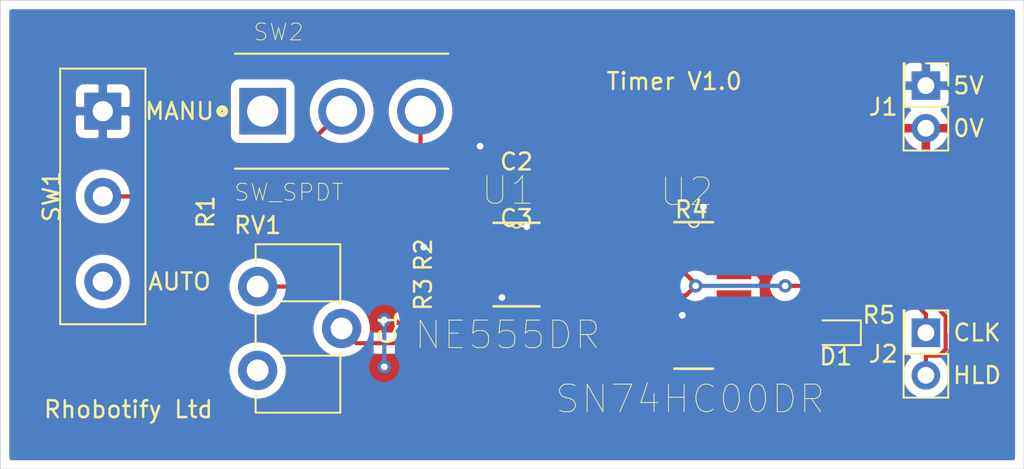
<source format=kicad_pcb>
(kicad_pcb (version 20171130) (host pcbnew 5.1.4-e60b266~84~ubuntu19.04.1)

  (general
    (thickness 1.6)
    (drawings 12)
    (tracks 115)
    (zones 0)
    (modules 16)
    (nets 17)
  )

  (page A4)
  (layers
    (0 F.Cu signal)
    (31 B.Cu signal)
    (32 B.Adhes user)
    (33 F.Adhes user)
    (34 B.Paste user)
    (35 F.Paste user)
    (36 B.SilkS user)
    (37 F.SilkS user)
    (38 B.Mask user)
    (39 F.Mask user)
    (40 Dwgs.User user)
    (41 Cmts.User user)
    (42 Eco1.User user)
    (43 Eco2.User user)
    (44 Edge.Cuts user)
    (45 Margin user)
    (46 B.CrtYd user)
    (47 F.CrtYd user)
    (48 B.Fab user)
    (49 F.Fab user)
  )

  (setup
    (last_trace_width 0.25)
    (trace_clearance 0.2)
    (zone_clearance 0.508)
    (zone_45_only no)
    (trace_min 0.2)
    (via_size 0.8)
    (via_drill 0.4)
    (via_min_size 0.4)
    (via_min_drill 0.3)
    (uvia_size 0.3)
    (uvia_drill 0.1)
    (uvias_allowed no)
    (uvia_min_size 0.2)
    (uvia_min_drill 0.1)
    (edge_width 0.05)
    (segment_width 0.2)
    (pcb_text_width 0.3)
    (pcb_text_size 1.5 1.5)
    (mod_edge_width 0.12)
    (mod_text_size 1 1)
    (mod_text_width 0.15)
    (pad_size 1.524 1.524)
    (pad_drill 0.762)
    (pad_to_mask_clearance 0.051)
    (solder_mask_min_width 0.25)
    (aux_axis_origin 0 0)
    (visible_elements FFFFFF7F)
    (pcbplotparams
      (layerselection 0x010fc_ffffffff)
      (usegerberextensions false)
      (usegerberattributes false)
      (usegerberadvancedattributes false)
      (creategerberjobfile false)
      (excludeedgelayer true)
      (linewidth 0.100000)
      (plotframeref false)
      (viasonmask false)
      (mode 1)
      (useauxorigin false)
      (hpglpennumber 1)
      (hpglpenspeed 20)
      (hpglpendiameter 15.000000)
      (psnegative false)
      (psa4output false)
      (plotreference true)
      (plotvalue true)
      (plotinvisibletext false)
      (padsonsilk false)
      (subtractmaskfromsilk false)
      (outputformat 1)
      (mirror false)
      (drillshape 1)
      (scaleselection 1)
      (outputdirectory ""))
  )

  (net 0 "")
  (net 1 GND)
  (net 2 "Net-(C1-Pad1)")
  (net 3 "Net-(C3-Pad1)")
  (net 4 "Net-(D1-Pad2)")
  (net 5 "Net-(D1-Pad1)")
  (net 6 "Net-(R1-Pad1)")
  (net 7 "Net-(R2-Pad2)")
  (net 8 "Net-(R3-Pad1)")
  (net 9 "Net-(SW2-Pad1)")
  (net 10 "Net-(U1-Pad3)")
  (net 11 "Net-(U2-Pad11)")
  (net 12 "Net-(U2-Pad8)")
  (net 13 "Net-(RV1-Pad3)")
  (net 14 +5V)
  (net 15 "Net-(J2-Pad2)")
  (net 16 "Net-(J2-Pad1)")

  (net_class Default "This is the default net class."
    (clearance 0.2)
    (trace_width 0.25)
    (via_dia 0.8)
    (via_drill 0.4)
    (uvia_dia 0.3)
    (uvia_drill 0.1)
    (add_net +5V)
    (add_net GND)
    (add_net "Net-(C1-Pad1)")
    (add_net "Net-(C3-Pad1)")
    (add_net "Net-(D1-Pad1)")
    (add_net "Net-(D1-Pad2)")
    (add_net "Net-(J2-Pad1)")
    (add_net "Net-(J2-Pad2)")
    (add_net "Net-(R1-Pad1)")
    (add_net "Net-(R2-Pad2)")
    (add_net "Net-(R3-Pad1)")
    (add_net "Net-(RV1-Pad3)")
    (add_net "Net-(SW2-Pad1)")
    (add_net "Net-(U1-Pad3)")
    (add_net "Net-(U2-Pad11)")
    (add_net "Net-(U2-Pad8)")
  )

  (module Capacitor_SMD:C_0201_0603Metric (layer F.Cu) (tedit 5B301BBE) (tstamp 5DA63BD8)
    (at 328.93 121.158 90)
    (descr "Capacitor SMD 0201 (0603 Metric), square (rectangular) end terminal, IPC_7351 nominal, (Body size source: https://www.vishay.com/docs/20052/crcw0201e3.pdf), generated with kicad-footprint-generator")
    (tags capacitor)
    (path /5DA4FFE8)
    (attr smd)
    (fp_text reference C1 (at 0 -1.05 90) (layer F.SilkS)
      (effects (font (size 1 1) (thickness 0.15)))
    )
    (fp_text value 1u (at 0 1.05 90) (layer F.Fab)
      (effects (font (size 1 1) (thickness 0.15)))
    )
    (fp_text user %R (at 0 -0.68 90) (layer F.Fab)
      (effects (font (size 0.25 0.25) (thickness 0.04)))
    )
    (fp_line (start 0.7 0.35) (end -0.7 0.35) (layer F.CrtYd) (width 0.05))
    (fp_line (start 0.7 -0.35) (end 0.7 0.35) (layer F.CrtYd) (width 0.05))
    (fp_line (start -0.7 -0.35) (end 0.7 -0.35) (layer F.CrtYd) (width 0.05))
    (fp_line (start -0.7 0.35) (end -0.7 -0.35) (layer F.CrtYd) (width 0.05))
    (fp_line (start 0.3 0.15) (end -0.3 0.15) (layer F.Fab) (width 0.1))
    (fp_line (start 0.3 -0.15) (end 0.3 0.15) (layer F.Fab) (width 0.1))
    (fp_line (start -0.3 -0.15) (end 0.3 -0.15) (layer F.Fab) (width 0.1))
    (fp_line (start -0.3 0.15) (end -0.3 -0.15) (layer F.Fab) (width 0.1))
    (pad 2 smd roundrect (at 0.32 0 90) (size 0.46 0.4) (layers F.Cu F.Mask) (roundrect_rratio 0.25)
      (net 1 GND))
    (pad 1 smd roundrect (at -0.32 0 90) (size 0.46 0.4) (layers F.Cu F.Mask) (roundrect_rratio 0.25)
      (net 2 "Net-(C1-Pad1)"))
    (pad "" smd roundrect (at 0.345 0 90) (size 0.318 0.36) (layers F.Paste) (roundrect_rratio 0.25))
    (pad "" smd roundrect (at -0.345 0 90) (size 0.318 0.36) (layers F.Paste) (roundrect_rratio 0.25))
    (model ${KISYS3DMOD}/Capacitor_SMD.3dshapes/C_0201_0603Metric.wrl
      (at (xyz 0 0 0))
      (scale (xyz 1 1 1))
      (rotate (xyz 0 0 0))
    )
  )

  (module Capacitor_SMD:C_0201_0603Metric (layer F.Cu) (tedit 5B301BBE) (tstamp 5DA63BE9)
    (at 335.534 112.268)
    (descr "Capacitor SMD 0201 (0603 Metric), square (rectangular) end terminal, IPC_7351 nominal, (Body size source: https://www.vishay.com/docs/20052/crcw0201e3.pdf), generated with kicad-footprint-generator")
    (tags capacitor)
    (path /5DA6E827)
    (attr smd)
    (fp_text reference C2 (at 0 -1.05) (layer F.SilkS)
      (effects (font (size 1 1) (thickness 0.15)))
    )
    (fp_text value 0.01uF (at 0 1.05) (layer F.Fab)
      (effects (font (size 1 1) (thickness 0.15)))
    )
    (fp_line (start -0.3 0.15) (end -0.3 -0.15) (layer F.Fab) (width 0.1))
    (fp_line (start -0.3 -0.15) (end 0.3 -0.15) (layer F.Fab) (width 0.1))
    (fp_line (start 0.3 -0.15) (end 0.3 0.15) (layer F.Fab) (width 0.1))
    (fp_line (start 0.3 0.15) (end -0.3 0.15) (layer F.Fab) (width 0.1))
    (fp_line (start -0.7 0.35) (end -0.7 -0.35) (layer F.CrtYd) (width 0.05))
    (fp_line (start -0.7 -0.35) (end 0.7 -0.35) (layer F.CrtYd) (width 0.05))
    (fp_line (start 0.7 -0.35) (end 0.7 0.35) (layer F.CrtYd) (width 0.05))
    (fp_line (start 0.7 0.35) (end -0.7 0.35) (layer F.CrtYd) (width 0.05))
    (fp_text user %R (at 0 -0.68) (layer F.Fab)
      (effects (font (size 0.25 0.25) (thickness 0.04)))
    )
    (pad "" smd roundrect (at -0.345 0) (size 0.318 0.36) (layers F.Paste) (roundrect_rratio 0.25))
    (pad "" smd roundrect (at 0.345 0) (size 0.318 0.36) (layers F.Paste) (roundrect_rratio 0.25))
    (pad 1 smd roundrect (at -0.32 0) (size 0.46 0.4) (layers F.Cu F.Mask) (roundrect_rratio 0.25)
      (net 14 +5V))
    (pad 2 smd roundrect (at 0.32 0) (size 0.46 0.4) (layers F.Cu F.Mask) (roundrect_rratio 0.25)
      (net 1 GND))
    (model ${KISYS3DMOD}/Capacitor_SMD.3dshapes/C_0201_0603Metric.wrl
      (at (xyz 0 0 0))
      (scale (xyz 1 1 1))
      (rotate (xyz 0 0 0))
    )
  )

  (module Capacitor_SMD:C_0201_0603Metric (layer F.Cu) (tedit 5B301BBE) (tstamp 5DA6505C)
    (at 335.534 113.538 180)
    (descr "Capacitor SMD 0201 (0603 Metric), square (rectangular) end terminal, IPC_7351 nominal, (Body size source: https://www.vishay.com/docs/20052/crcw0201e3.pdf), generated with kicad-footprint-generator")
    (tags capacitor)
    (path /5DA4D89F)
    (attr smd)
    (fp_text reference C3 (at 0 -1.05) (layer F.SilkS)
      (effects (font (size 1 1) (thickness 0.15)))
    )
    (fp_text value 0.01uF (at 0 1.05) (layer F.Fab)
      (effects (font (size 1 1) (thickness 0.15)))
    )
    (fp_line (start -0.3 0.15) (end -0.3 -0.15) (layer F.Fab) (width 0.1))
    (fp_line (start -0.3 -0.15) (end 0.3 -0.15) (layer F.Fab) (width 0.1))
    (fp_line (start 0.3 -0.15) (end 0.3 0.15) (layer F.Fab) (width 0.1))
    (fp_line (start 0.3 0.15) (end -0.3 0.15) (layer F.Fab) (width 0.1))
    (fp_line (start -0.7 0.35) (end -0.7 -0.35) (layer F.CrtYd) (width 0.05))
    (fp_line (start -0.7 -0.35) (end 0.7 -0.35) (layer F.CrtYd) (width 0.05))
    (fp_line (start 0.7 -0.35) (end 0.7 0.35) (layer F.CrtYd) (width 0.05))
    (fp_line (start 0.7 0.35) (end -0.7 0.35) (layer F.CrtYd) (width 0.05))
    (fp_text user %R (at 0 -0.68) (layer F.Fab)
      (effects (font (size 0.25 0.25) (thickness 0.04)))
    )
    (pad "" smd roundrect (at -0.345 0 180) (size 0.318 0.36) (layers F.Paste) (roundrect_rratio 0.25))
    (pad "" smd roundrect (at 0.345 0 180) (size 0.318 0.36) (layers F.Paste) (roundrect_rratio 0.25))
    (pad 1 smd roundrect (at -0.32 0 180) (size 0.46 0.4) (layers F.Cu F.Mask) (roundrect_rratio 0.25)
      (net 3 "Net-(C3-Pad1)"))
    (pad 2 smd roundrect (at 0.32 0 180) (size 0.46 0.4) (layers F.Cu F.Mask) (roundrect_rratio 0.25)
      (net 1 GND))
    (model ${KISYS3DMOD}/Capacitor_SMD.3dshapes/C_0201_0603Metric.wrl
      (at (xyz 0 0 0))
      (scale (xyz 1 1 1))
      (rotate (xyz 0 0 0))
    )
  )

  (module LED_SMD:LED_0603_1608Metric (layer F.Cu) (tedit 5B301BBE) (tstamp 5DA649E8)
    (at 354.5585 121.412 180)
    (descr "LED SMD 0603 (1608 Metric), square (rectangular) end terminal, IPC_7351 nominal, (Body size source: http://www.tortai-tech.com/upload/download/2011102023233369053.pdf), generated with kicad-footprint-generator")
    (tags diode)
    (path /5DA7013C)
    (attr smd)
    (fp_text reference D1 (at 0 -1.43) (layer F.SilkS)
      (effects (font (size 1 1) (thickness 0.15)))
    )
    (fp_text value "LED - blue FV 2.5V" (at 0 1.43) (layer F.Fab)
      (effects (font (size 1 1) (thickness 0.15)))
    )
    (fp_line (start 0.8 -0.4) (end -0.5 -0.4) (layer F.Fab) (width 0.1))
    (fp_line (start -0.5 -0.4) (end -0.8 -0.1) (layer F.Fab) (width 0.1))
    (fp_line (start -0.8 -0.1) (end -0.8 0.4) (layer F.Fab) (width 0.1))
    (fp_line (start -0.8 0.4) (end 0.8 0.4) (layer F.Fab) (width 0.1))
    (fp_line (start 0.8 0.4) (end 0.8 -0.4) (layer F.Fab) (width 0.1))
    (fp_line (start 0.8 -0.735) (end -1.485 -0.735) (layer F.SilkS) (width 0.12))
    (fp_line (start -1.485 -0.735) (end -1.485 0.735) (layer F.SilkS) (width 0.12))
    (fp_line (start -1.485 0.735) (end 0.8 0.735) (layer F.SilkS) (width 0.12))
    (fp_line (start -1.48 0.73) (end -1.48 -0.73) (layer F.CrtYd) (width 0.05))
    (fp_line (start -1.48 -0.73) (end 1.48 -0.73) (layer F.CrtYd) (width 0.05))
    (fp_line (start 1.48 -0.73) (end 1.48 0.73) (layer F.CrtYd) (width 0.05))
    (fp_line (start 1.48 0.73) (end -1.48 0.73) (layer F.CrtYd) (width 0.05))
    (fp_text user %R (at 0 0) (layer F.Fab)
      (effects (font (size 0.4 0.4) (thickness 0.06)))
    )
    (pad 1 smd roundrect (at -0.7875 0 180) (size 0.875 0.95) (layers F.Cu F.Paste F.Mask) (roundrect_rratio 0.25)
      (net 5 "Net-(D1-Pad1)"))
    (pad 2 smd roundrect (at 0.7875 0 180) (size 0.875 0.95) (layers F.Cu F.Paste F.Mask) (roundrect_rratio 0.25)
      (net 4 "Net-(D1-Pad2)"))
    (model ${KISYS3DMOD}/LED_SMD.3dshapes/LED_0603_1608Metric.wrl
      (at (xyz 0 0 0))
      (scale (xyz 1 1 1))
      (rotate (xyz 0 0 0))
    )
  )

  (module Connector_PinHeader_2.54mm:PinHeader_2x01_P2.54mm_Vertical (layer F.Cu) (tedit 59FED5CC) (tstamp 5DA644D4)
    (at 359.918 106.68 270)
    (descr "Through hole straight pin header, 2x01, 2.54mm pitch, double rows")
    (tags "Through hole pin header THT 2x01 2.54mm double row")
    (path /5DA61B49)
    (fp_text reference J1 (at 1.27 2.54 180) (layer F.SilkS)
      (effects (font (size 1 1) (thickness 0.15)))
    )
    (fp_text value Conn_PWR (at 1.27 2.33 90) (layer F.Fab)
      (effects (font (size 1 1) (thickness 0.15)))
    )
    (fp_line (start 0 -1.27) (end 3.81 -1.27) (layer F.Fab) (width 0.1))
    (fp_line (start 3.81 -1.27) (end 3.81 1.27) (layer F.Fab) (width 0.1))
    (fp_line (start 3.81 1.27) (end -1.27 1.27) (layer F.Fab) (width 0.1))
    (fp_line (start -1.27 1.27) (end -1.27 0) (layer F.Fab) (width 0.1))
    (fp_line (start -1.27 0) (end 0 -1.27) (layer F.Fab) (width 0.1))
    (fp_line (start -1.33 1.33) (end 3.87 1.33) (layer F.SilkS) (width 0.12))
    (fp_line (start -1.33 1.27) (end -1.33 1.33) (layer F.SilkS) (width 0.12))
    (fp_line (start 3.87 -1.33) (end 3.87 1.33) (layer F.SilkS) (width 0.12))
    (fp_line (start -1.33 1.27) (end 1.27 1.27) (layer F.SilkS) (width 0.12))
    (fp_line (start 1.27 1.27) (end 1.27 -1.33) (layer F.SilkS) (width 0.12))
    (fp_line (start 1.27 -1.33) (end 3.87 -1.33) (layer F.SilkS) (width 0.12))
    (fp_line (start -1.33 0) (end -1.33 -1.33) (layer F.SilkS) (width 0.12))
    (fp_line (start -1.33 -1.33) (end 0 -1.33) (layer F.SilkS) (width 0.12))
    (fp_line (start -1.8 -1.8) (end -1.8 1.8) (layer F.CrtYd) (width 0.05))
    (fp_line (start -1.8 1.8) (end 4.35 1.8) (layer F.CrtYd) (width 0.05))
    (fp_line (start 4.35 1.8) (end 4.35 -1.8) (layer F.CrtYd) (width 0.05))
    (fp_line (start 4.35 -1.8) (end -1.8 -1.8) (layer F.CrtYd) (width 0.05))
    (fp_text user %R (at 1.27 0) (layer F.Fab)
      (effects (font (size 1 1) (thickness 0.15)))
    )
    (pad 1 thru_hole rect (at 0 0 270) (size 1.7 1.7) (drill 1) (layers *.Cu *.Mask)
      (net 14 +5V))
    (pad 2 thru_hole oval (at 2.54 0 270) (size 1.7 1.7) (drill 1) (layers *.Cu *.Mask)
      (net 1 GND))
    (model ${KISYS3DMOD}/Connector_PinHeader_2.54mm.3dshapes/PinHeader_2x01_P2.54mm_Vertical.wrl
      (at (xyz 0 0 0))
      (scale (xyz 1 1 1))
      (rotate (xyz 0 0 0))
    )
  )

  (module Connector_PinHeader_2.54mm:PinHeader_2x01_P2.54mm_Vertical (layer F.Cu) (tedit 59FED5CC) (tstamp 5DA63C3D)
    (at 359.918 121.412 270)
    (descr "Through hole straight pin header, 2x01, 2.54mm pitch, double rows")
    (tags "Through hole pin header THT 2x01 2.54mm double row")
    (path /5DAAE4E8)
    (fp_text reference J2 (at 1.27 2.54 180) (layer F.SilkS)
      (effects (font (size 1 1) (thickness 0.15)))
    )
    (fp_text value Conn_Data (at 1.27 2.33 90) (layer F.Fab)
      (effects (font (size 1 1) (thickness 0.15)))
    )
    (fp_text user %R (at 1.27 0) (layer F.Fab)
      (effects (font (size 1 1) (thickness 0.15)))
    )
    (fp_line (start 4.35 -1.8) (end -1.8 -1.8) (layer F.CrtYd) (width 0.05))
    (fp_line (start 4.35 1.8) (end 4.35 -1.8) (layer F.CrtYd) (width 0.05))
    (fp_line (start -1.8 1.8) (end 4.35 1.8) (layer F.CrtYd) (width 0.05))
    (fp_line (start -1.8 -1.8) (end -1.8 1.8) (layer F.CrtYd) (width 0.05))
    (fp_line (start -1.33 -1.33) (end 0 -1.33) (layer F.SilkS) (width 0.12))
    (fp_line (start -1.33 0) (end -1.33 -1.33) (layer F.SilkS) (width 0.12))
    (fp_line (start 1.27 -1.33) (end 3.87 -1.33) (layer F.SilkS) (width 0.12))
    (fp_line (start 1.27 1.27) (end 1.27 -1.33) (layer F.SilkS) (width 0.12))
    (fp_line (start -1.33 1.27) (end 1.27 1.27) (layer F.SilkS) (width 0.12))
    (fp_line (start 3.87 -1.33) (end 3.87 1.33) (layer F.SilkS) (width 0.12))
    (fp_line (start -1.33 1.27) (end -1.33 1.33) (layer F.SilkS) (width 0.12))
    (fp_line (start -1.33 1.33) (end 3.87 1.33) (layer F.SilkS) (width 0.12))
    (fp_line (start -1.27 0) (end 0 -1.27) (layer F.Fab) (width 0.1))
    (fp_line (start -1.27 1.27) (end -1.27 0) (layer F.Fab) (width 0.1))
    (fp_line (start 3.81 1.27) (end -1.27 1.27) (layer F.Fab) (width 0.1))
    (fp_line (start 3.81 -1.27) (end 3.81 1.27) (layer F.Fab) (width 0.1))
    (fp_line (start 0 -1.27) (end 3.81 -1.27) (layer F.Fab) (width 0.1))
    (pad 2 thru_hole oval (at 2.54 0 270) (size 1.7 1.7) (drill 1) (layers *.Cu *.Mask)
      (net 15 "Net-(J2-Pad2)"))
    (pad 1 thru_hole rect (at 0 0 270) (size 1.7 1.7) (drill 1) (layers *.Cu *.Mask)
      (net 16 "Net-(J2-Pad1)"))
    (model ${KISYS3DMOD}/Connector_PinHeader_2.54mm.3dshapes/PinHeader_2x01_P2.54mm_Vertical.wrl
      (at (xyz 0 0 0))
      (scale (xyz 1 1 1))
      (rotate (xyz 0 0 0))
    )
  )

  (module Resistor_SMD:R_0201_0603Metric (layer F.Cu) (tedit 5B301BBD) (tstamp 5DA63C4E)
    (at 315.976 114.209 270)
    (descr "Resistor SMD 0201 (0603 Metric), square (rectangular) end terminal, IPC_7351 nominal, (Body size source: https://www.vishay.com/docs/20052/crcw0201e3.pdf), generated with kicad-footprint-generator")
    (tags resistor)
    (path /5DAED245)
    (attr smd)
    (fp_text reference R1 (at 0 -1.05 90) (layer F.SilkS)
      (effects (font (size 1 1) (thickness 0.15)))
    )
    (fp_text value 1K (at 0 1.05 90) (layer F.Fab)
      (effects (font (size 1 1) (thickness 0.15)))
    )
    (fp_line (start -0.3 0.15) (end -0.3 -0.15) (layer F.Fab) (width 0.1))
    (fp_line (start -0.3 -0.15) (end 0.3 -0.15) (layer F.Fab) (width 0.1))
    (fp_line (start 0.3 -0.15) (end 0.3 0.15) (layer F.Fab) (width 0.1))
    (fp_line (start 0.3 0.15) (end -0.3 0.15) (layer F.Fab) (width 0.1))
    (fp_line (start -0.7 0.35) (end -0.7 -0.35) (layer F.CrtYd) (width 0.05))
    (fp_line (start -0.7 -0.35) (end 0.7 -0.35) (layer F.CrtYd) (width 0.05))
    (fp_line (start 0.7 -0.35) (end 0.7 0.35) (layer F.CrtYd) (width 0.05))
    (fp_line (start 0.7 0.35) (end -0.7 0.35) (layer F.CrtYd) (width 0.05))
    (fp_text user %R (at 0 -0.68 90) (layer F.Fab)
      (effects (font (size 0.25 0.25) (thickness 0.04)))
    )
    (pad "" smd roundrect (at -0.345 0 270) (size 0.318 0.36) (layers F.Paste) (roundrect_rratio 0.25))
    (pad "" smd roundrect (at 0.345 0 270) (size 0.318 0.36) (layers F.Paste) (roundrect_rratio 0.25))
    (pad 1 smd roundrect (at -0.32 0 270) (size 0.46 0.4) (layers F.Cu F.Mask) (roundrect_rratio 0.25)
      (net 6 "Net-(R1-Pad1)"))
    (pad 2 smd roundrect (at 0.32 0 270) (size 0.46 0.4) (layers F.Cu F.Mask) (roundrect_rratio 0.25)
      (net 1 GND))
    (model ${KISYS3DMOD}/Resistor_SMD.3dshapes/R_0201_0603Metric.wrl
      (at (xyz 0 0 0))
      (scale (xyz 1 1 1))
      (rotate (xyz 0 0 0))
    )
  )

  (module Resistor_SMD:R_0201_0603Metric (layer F.Cu) (tedit 5B301BBD) (tstamp 5DA63C5F)
    (at 328.93 116.774 270)
    (descr "Resistor SMD 0201 (0603 Metric), square (rectangular) end terminal, IPC_7351 nominal, (Body size source: https://www.vishay.com/docs/20052/crcw0201e3.pdf), generated with kicad-footprint-generator")
    (tags resistor)
    (path /5DA5C1EB)
    (attr smd)
    (fp_text reference R2 (at 0 -1.05 90) (layer F.SilkS)
      (effects (font (size 1 1) (thickness 0.15)))
    )
    (fp_text value 1K (at 0 1.05 90) (layer F.Fab)
      (effects (font (size 1 1) (thickness 0.15)))
    )
    (fp_text user %R (at 0 -0.68 90) (layer F.Fab)
      (effects (font (size 0.25 0.25) (thickness 0.04)))
    )
    (fp_line (start 0.7 0.35) (end -0.7 0.35) (layer F.CrtYd) (width 0.05))
    (fp_line (start 0.7 -0.35) (end 0.7 0.35) (layer F.CrtYd) (width 0.05))
    (fp_line (start -0.7 -0.35) (end 0.7 -0.35) (layer F.CrtYd) (width 0.05))
    (fp_line (start -0.7 0.35) (end -0.7 -0.35) (layer F.CrtYd) (width 0.05))
    (fp_line (start 0.3 0.15) (end -0.3 0.15) (layer F.Fab) (width 0.1))
    (fp_line (start 0.3 -0.15) (end 0.3 0.15) (layer F.Fab) (width 0.1))
    (fp_line (start -0.3 -0.15) (end 0.3 -0.15) (layer F.Fab) (width 0.1))
    (fp_line (start -0.3 0.15) (end -0.3 -0.15) (layer F.Fab) (width 0.1))
    (pad 2 smd roundrect (at 0.32 0 270) (size 0.46 0.4) (layers F.Cu F.Mask) (roundrect_rratio 0.25)
      (net 7 "Net-(R2-Pad2)"))
    (pad 1 smd roundrect (at -0.32 0 270) (size 0.46 0.4) (layers F.Cu F.Mask) (roundrect_rratio 0.25)
      (net 14 +5V))
    (pad "" smd roundrect (at 0.345 0 270) (size 0.318 0.36) (layers F.Paste) (roundrect_rratio 0.25))
    (pad "" smd roundrect (at -0.345 0 270) (size 0.318 0.36) (layers F.Paste) (roundrect_rratio 0.25))
    (model ${KISYS3DMOD}/Resistor_SMD.3dshapes/R_0201_0603Metric.wrl
      (at (xyz 0 0 0))
      (scale (xyz 1 1 1))
      (rotate (xyz 0 0 0))
    )
  )

  (module Resistor_SMD:R_0201_0603Metric (layer F.Cu) (tedit 5B301BBD) (tstamp 5DA63C70)
    (at 328.93 119.126 270)
    (descr "Resistor SMD 0201 (0603 Metric), square (rectangular) end terminal, IPC_7351 nominal, (Body size source: https://www.vishay.com/docs/20052/crcw0201e3.pdf), generated with kicad-footprint-generator")
    (tags resistor)
    (path /5DA59BF2)
    (attr smd)
    (fp_text reference R3 (at 0 -1.05 90) (layer F.SilkS)
      (effects (font (size 1 1) (thickness 0.15)))
    )
    (fp_text value 1K (at 0 1.05 90) (layer F.Fab)
      (effects (font (size 1 1) (thickness 0.15)))
    )
    (fp_line (start -0.3 0.15) (end -0.3 -0.15) (layer F.Fab) (width 0.1))
    (fp_line (start -0.3 -0.15) (end 0.3 -0.15) (layer F.Fab) (width 0.1))
    (fp_line (start 0.3 -0.15) (end 0.3 0.15) (layer F.Fab) (width 0.1))
    (fp_line (start 0.3 0.15) (end -0.3 0.15) (layer F.Fab) (width 0.1))
    (fp_line (start -0.7 0.35) (end -0.7 -0.35) (layer F.CrtYd) (width 0.05))
    (fp_line (start -0.7 -0.35) (end 0.7 -0.35) (layer F.CrtYd) (width 0.05))
    (fp_line (start 0.7 -0.35) (end 0.7 0.35) (layer F.CrtYd) (width 0.05))
    (fp_line (start 0.7 0.35) (end -0.7 0.35) (layer F.CrtYd) (width 0.05))
    (fp_text user %R (at 0 -0.68 90) (layer F.Fab)
      (effects (font (size 0.25 0.25) (thickness 0.04)))
    )
    (pad "" smd roundrect (at -0.345 0 270) (size 0.318 0.36) (layers F.Paste) (roundrect_rratio 0.25))
    (pad "" smd roundrect (at 0.345 0 270) (size 0.318 0.36) (layers F.Paste) (roundrect_rratio 0.25))
    (pad 1 smd roundrect (at -0.32 0 270) (size 0.46 0.4) (layers F.Cu F.Mask) (roundrect_rratio 0.25)
      (net 8 "Net-(R3-Pad1)"))
    (pad 2 smd roundrect (at 0.32 0 270) (size 0.46 0.4) (layers F.Cu F.Mask) (roundrect_rratio 0.25)
      (net 2 "Net-(C1-Pad1)"))
    (model ${KISYS3DMOD}/Resistor_SMD.3dshapes/R_0201_0603Metric.wrl
      (at (xyz 0 0 0))
      (scale (xyz 1 1 1))
      (rotate (xyz 0 0 0))
    )
  )

  (module Resistor_SMD:R_0201_0603Metric (layer F.Cu) (tedit 5B301BBD) (tstamp 5DA63C81)
    (at 345.948 113.03 180)
    (descr "Resistor SMD 0201 (0603 Metric), square (rectangular) end terminal, IPC_7351 nominal, (Body size source: https://www.vishay.com/docs/20052/crcw0201e3.pdf), generated with kicad-footprint-generator")
    (tags resistor)
    (path /5DA8D395)
    (attr smd)
    (fp_text reference R4 (at 0 -1.05) (layer F.SilkS)
      (effects (font (size 1 1) (thickness 0.15)))
    )
    (fp_text value 100K (at 0 1.05) (layer F.Fab)
      (effects (font (size 1 1) (thickness 0.15)))
    )
    (fp_text user %R (at 0 -0.68) (layer F.Fab)
      (effects (font (size 0.25 0.25) (thickness 0.04)))
    )
    (fp_line (start 0.7 0.35) (end -0.7 0.35) (layer F.CrtYd) (width 0.05))
    (fp_line (start 0.7 -0.35) (end 0.7 0.35) (layer F.CrtYd) (width 0.05))
    (fp_line (start -0.7 -0.35) (end 0.7 -0.35) (layer F.CrtYd) (width 0.05))
    (fp_line (start -0.7 0.35) (end -0.7 -0.35) (layer F.CrtYd) (width 0.05))
    (fp_line (start 0.3 0.15) (end -0.3 0.15) (layer F.Fab) (width 0.1))
    (fp_line (start 0.3 -0.15) (end 0.3 0.15) (layer F.Fab) (width 0.1))
    (fp_line (start -0.3 -0.15) (end 0.3 -0.15) (layer F.Fab) (width 0.1))
    (fp_line (start -0.3 0.15) (end -0.3 -0.15) (layer F.Fab) (width 0.1))
    (pad 2 smd roundrect (at 0.32 0 180) (size 0.46 0.4) (layers F.Cu F.Mask) (roundrect_rratio 0.25)
      (net 15 "Net-(J2-Pad2)"))
    (pad 1 smd roundrect (at -0.32 0 180) (size 0.46 0.4) (layers F.Cu F.Mask) (roundrect_rratio 0.25)
      (net 14 +5V))
    (pad "" smd roundrect (at 0.345 0 180) (size 0.318 0.36) (layers F.Paste) (roundrect_rratio 0.25))
    (pad "" smd roundrect (at -0.345 0 180) (size 0.318 0.36) (layers F.Paste) (roundrect_rratio 0.25))
    (model ${KISYS3DMOD}/Resistor_SMD.3dshapes/R_0201_0603Metric.wrl
      (at (xyz 0 0 0))
      (scale (xyz 1 1 1))
      (rotate (xyz 0 0 0))
    )
  )

  (module Resistor_SMD:R_0201_0603Metric (layer F.Cu) (tedit 5B301BBD) (tstamp 5DA63C92)
    (at 357.124 121.412)
    (descr "Resistor SMD 0201 (0603 Metric), square (rectangular) end terminal, IPC_7351 nominal, (Body size source: https://www.vishay.com/docs/20052/crcw0201e3.pdf), generated with kicad-footprint-generator")
    (tags resistor)
    (path /5DA71C00)
    (attr smd)
    (fp_text reference R5 (at 0 -1.05) (layer F.SilkS)
      (effects (font (size 1 1) (thickness 0.15)))
    )
    (fp_text value 120 (at 0 1.05) (layer F.Fab)
      (effects (font (size 1 1) (thickness 0.15)))
    )
    (fp_line (start -0.3 0.15) (end -0.3 -0.15) (layer F.Fab) (width 0.1))
    (fp_line (start -0.3 -0.15) (end 0.3 -0.15) (layer F.Fab) (width 0.1))
    (fp_line (start 0.3 -0.15) (end 0.3 0.15) (layer F.Fab) (width 0.1))
    (fp_line (start 0.3 0.15) (end -0.3 0.15) (layer F.Fab) (width 0.1))
    (fp_line (start -0.7 0.35) (end -0.7 -0.35) (layer F.CrtYd) (width 0.05))
    (fp_line (start -0.7 -0.35) (end 0.7 -0.35) (layer F.CrtYd) (width 0.05))
    (fp_line (start 0.7 -0.35) (end 0.7 0.35) (layer F.CrtYd) (width 0.05))
    (fp_line (start 0.7 0.35) (end -0.7 0.35) (layer F.CrtYd) (width 0.05))
    (fp_text user %R (at 0 -0.68) (layer F.Fab)
      (effects (font (size 0.25 0.25) (thickness 0.04)))
    )
    (pad "" smd roundrect (at -0.345 0) (size 0.318 0.36) (layers F.Paste) (roundrect_rratio 0.25))
    (pad "" smd roundrect (at 0.345 0) (size 0.318 0.36) (layers F.Paste) (roundrect_rratio 0.25))
    (pad 1 smd roundrect (at -0.32 0) (size 0.46 0.4) (layers F.Cu F.Mask) (roundrect_rratio 0.25)
      (net 5 "Net-(D1-Pad1)"))
    (pad 2 smd roundrect (at 0.32 0) (size 0.46 0.4) (layers F.Cu F.Mask) (roundrect_rratio 0.25)
      (net 1 GND))
    (model ${KISYS3DMOD}/Resistor_SMD.3dshapes/R_0201_0603Metric.wrl
      (at (xyz 0 0 0))
      (scale (xyz 1 1 1))
      (rotate (xyz 0 0 0))
    )
  )

  (module Potentiometer_THT:Potentiometer_ACP_CA9-H5_Horizontal (layer F.Cu) (tedit 5A3D4994) (tstamp 5DA6467F)
    (at 320.12 118.658)
    (descr "Potentiometer, horizontal, ACP CA9-H5, http://www.acptechnologies.com/wp-content/uploads/2017/05/02-ACP-CA9-CE9.pdf")
    (tags "Potentiometer horizontal ACP CA9-H5")
    (path /5DA5C829)
    (fp_text reference RV1 (at 0 -3.65) (layer F.SilkS)
      (effects (font (size 1 1) (thickness 0.15)))
    )
    (fp_text value 1M (at 0 8.65) (layer F.Fab)
      (effects (font (size 1 1) (thickness 0.15)))
    )
    (fp_line (start 4.8 -2.4) (end 4.8 7.4) (layer F.Fab) (width 0.1))
    (fp_line (start 4.8 7.4) (end 0 7.4) (layer F.Fab) (width 0.1))
    (fp_line (start 0 7.4) (end 0 -2.4) (layer F.Fab) (width 0.1))
    (fp_line (start 0 -2.4) (end 4.8 -2.4) (layer F.Fab) (width 0.1))
    (fp_line (start 0 1) (end 0 4) (layer F.Fab) (width 0.1))
    (fp_line (start 0 4) (end 4.8 4) (layer F.Fab) (width 0.1))
    (fp_line (start 4.8 4) (end 4.8 1) (layer F.Fab) (width 0.1))
    (fp_line (start 4.8 1) (end 0 1) (layer F.Fab) (width 0.1))
    (fp_line (start -0.121 -2.521) (end 4.92 -2.521) (layer F.SilkS) (width 0.12))
    (fp_line (start -0.121 7.52) (end 4.92 7.52) (layer F.SilkS) (width 0.12))
    (fp_line (start 4.92 -2.521) (end 4.92 1.075) (layer F.SilkS) (width 0.12))
    (fp_line (start 4.92 3.925) (end 4.92 7.52) (layer F.SilkS) (width 0.12))
    (fp_line (start -0.121 6.425) (end -0.121 7.52) (layer F.SilkS) (width 0.12))
    (fp_line (start -0.121 -2.521) (end -0.121 -1.426) (layer F.SilkS) (width 0.12))
    (fp_line (start -0.121 1.426) (end -0.121 3.575) (layer F.SilkS) (width 0.12))
    (fp_line (start 1.237 0.88) (end 4.92 0.88) (layer F.SilkS) (width 0.12))
    (fp_line (start 1.237 4.12) (end 4.92 4.12) (layer F.SilkS) (width 0.12))
    (fp_line (start -0.121 1.426) (end -0.121 3.575) (layer F.SilkS) (width 0.12))
    (fp_line (start 4.92 0.88) (end 4.92 1.075) (layer F.SilkS) (width 0.12))
    (fp_line (start 4.92 3.925) (end 4.92 4.12) (layer F.SilkS) (width 0.12))
    (fp_line (start -1.45 -2.7) (end -1.45 7.65) (layer F.CrtYd) (width 0.05))
    (fp_line (start -1.45 7.65) (end 6.45 7.65) (layer F.CrtYd) (width 0.05))
    (fp_line (start 6.45 7.65) (end 6.45 -2.7) (layer F.CrtYd) (width 0.05))
    (fp_line (start 6.45 -2.7) (end -1.45 -2.7) (layer F.CrtYd) (width 0.05))
    (fp_text user %R (at 2.4 2.5) (layer F.Fab)
      (effects (font (size 1 1) (thickness 0.15)))
    )
    (pad 3 thru_hole circle (at 0 5) (size 2.34 2.34) (drill 1.3) (layers *.Cu *.Mask)
      (net 13 "Net-(RV1-Pad3)"))
    (pad 2 thru_hole circle (at 5 2.5) (size 2.34 2.34) (drill 1.3) (layers *.Cu *.Mask)
      (net 7 "Net-(R2-Pad2)"))
    (pad 1 thru_hole circle (at 0 0) (size 2.34 2.34) (drill 1.3) (layers *.Cu *.Mask)
      (net 8 "Net-(R3-Pad1)"))
    (model ${KISYS3DMOD}/Potentiometer_THT.3dshapes/Potentiometer_ACP_CA9-H5_Horizontal.wrl
      (at (xyz 0 0 0))
      (scale (xyz 1 1 1))
      (rotate (xyz 0 0 0))
    )
  )

  (module "mine:snap spst switch" (layer F.Cu) (tedit 5DA4B7E2) (tstamp 5DA63CBD)
    (at 308.356 113.284 270)
    (path /5DAAA99A)
    (fp_text reference SW1 (at 0 0.5 90) (layer F.SilkS)
      (effects (font (size 1 1) (thickness 0.15)))
    )
    (fp_text value SW_SPST (at 0 -0.5 90) (layer F.Fab)
      (effects (font (size 1 1) (thickness 0.15)))
    )
    (fp_line (start -7.62 -5.08) (end -7.62 0) (layer F.SilkS) (width 0.12))
    (fp_line (start -7.62 0) (end 7.62 0) (layer F.SilkS) (width 0.12))
    (fp_line (start 7.62 0) (end 7.62 -5.08) (layer F.SilkS) (width 0.12))
    (fp_line (start 7.62 -5.08) (end -7.62 -5.08) (layer F.SilkS) (width 0.12))
    (pad 3 thru_hole circle (at 5.08 -2.54 270) (size 2.2 2.2) (drill 1.2) (layers *.Cu *.Mask))
    (pad 2 thru_hole circle (at 0 -2.54 270) (size 2.2 2.2) (drill 1.2) (layers *.Cu *.Mask)
      (net 6 "Net-(R1-Pad1)"))
    (pad 1 thru_hole rect (at -5.08 -2.54 270) (size 2.2 2.2) (drill 1.2) (layers *.Cu *.Mask)
      (net 14 +5V))
  )

  (module A101SYCQ04:TE_A101SYCQ04 (layer F.Cu) (tedit 0) (tstamp 5DA63CCD)
    (at 325.12 108.204)
    (path /5DA9C5EE)
    (fp_text reference SW2 (at -3.75684 -4.71444) (layer F.SilkS)
      (effects (font (size 1.00001 1.00001) (thickness 0.05)))
    )
    (fp_text value SW_SPDT (at -3.12902 4.83747) (layer F.SilkS)
      (effects (font (size 1.00014 1.00014) (thickness 0.05)))
    )
    (fp_line (start -6.35 3.429) (end 6.35 3.429) (layer F.SilkS) (width 0.127))
    (fp_line (start 6.35 3.429) (end 6.35 -3.429) (layer Eco2.User) (width 0.127))
    (fp_line (start 6.35 -3.429) (end -6.35 -3.429) (layer F.SilkS) (width 0.127))
    (fp_line (start -6.35 -3.429) (end -6.35 3.429) (layer Eco2.User) (width 0.127))
    (fp_line (start -6.6 -3.679) (end 6.6 -3.679) (layer Eco1.User) (width 0.05))
    (fp_line (start 6.6 -3.679) (end 6.6 3.679) (layer Eco1.User) (width 0.05))
    (fp_line (start 6.6 3.679) (end -6.6 3.679) (layer Eco1.User) (width 0.05))
    (fp_line (start -6.6 3.679) (end -6.6 -3.679) (layer Eco1.User) (width 0.05))
    (fp_circle (center -7.112 -0.001) (end -6.912 -0.001) (layer F.SilkS) (width 0.3))
    (pad 1 thru_hole rect (at -4.699 0 90) (size 2.7813 2.7813) (drill 1.8542) (layers *.Cu *.Mask)
      (net 9 "Net-(SW2-Pad1)"))
    (pad 2 thru_hole circle (at 0 0 90) (size 2.7813 2.7813) (drill 1.8542) (layers *.Cu *.Mask)
      (net 6 "Net-(R1-Pad1)"))
    (pad 3 thru_hole circle (at 4.699 0 90) (size 2.7813 2.7813) (drill 1.8542) (layers *.Cu *.Mask)
      (net 2 "Net-(C1-Pad1)"))
  )

  (module SOIC127P600X175-8N (layer F.Cu) (tedit 0) (tstamp 5DA63D05)
    (at 335.534 117.348)
    (path /5DA4A3B5)
    (attr smd)
    (fp_text reference U1 (at -0.50803 -4.41988) (layer F.SilkS)
      (effects (font (size 1.6401 1.6401) (thickness 0.05)))
    )
    (fp_text value NE555DR (at -0.533915 4.19508) (layer F.SilkS)
      (effects (font (size 1.6416 1.6416) (thickness 0.05)))
    )
    (fp_line (start -2.0066 -1.651) (end -2.0066 -2.159) (layer Eco2.User) (width 0.1524))
    (fp_line (start -2.0066 -2.159) (end -3.0988 -2.159) (layer Eco2.User) (width 0.1524))
    (fp_line (start -3.0988 -2.159) (end -3.0988 -1.651) (layer Eco2.User) (width 0.1524))
    (fp_line (start -3.0988 -1.651) (end -2.0066 -1.651) (layer Eco2.User) (width 0.1524))
    (fp_line (start -2.0066 -0.381) (end -2.0066 -0.889) (layer Eco2.User) (width 0.1524))
    (fp_line (start -2.0066 -0.889) (end -3.0988 -0.889) (layer Eco2.User) (width 0.1524))
    (fp_line (start -3.0988 -0.889) (end -3.0988 -0.381) (layer Eco2.User) (width 0.1524))
    (fp_line (start -3.0988 -0.381) (end -2.0066 -0.381) (layer Eco2.User) (width 0.1524))
    (fp_line (start -2.0066 0.889) (end -2.0066 0.381) (layer Eco2.User) (width 0.1524))
    (fp_line (start -2.0066 0.381) (end -3.0988 0.381) (layer Eco2.User) (width 0.1524))
    (fp_line (start -3.0988 0.381) (end -3.0988 0.889) (layer Eco2.User) (width 0.1524))
    (fp_line (start -3.0988 0.889) (end -2.0066 0.889) (layer Eco2.User) (width 0.1524))
    (fp_line (start -2.0066 2.159) (end -2.0066 1.651) (layer Eco2.User) (width 0.1524))
    (fp_line (start -2.0066 1.651) (end -3.0988 1.651) (layer Eco2.User) (width 0.1524))
    (fp_line (start -3.0988 1.651) (end -3.0988 2.159) (layer Eco2.User) (width 0.1524))
    (fp_line (start -3.0988 2.159) (end -2.0066 2.159) (layer Eco2.User) (width 0.1524))
    (fp_line (start 2.0066 1.651) (end 2.0066 2.159) (layer Eco2.User) (width 0.1524))
    (fp_line (start 2.0066 2.159) (end 3.0988 2.159) (layer Eco2.User) (width 0.1524))
    (fp_line (start 3.0988 2.159) (end 3.0988 1.651) (layer Eco2.User) (width 0.1524))
    (fp_line (start 3.0988 1.651) (end 2.0066 1.651) (layer Eco2.User) (width 0.1524))
    (fp_line (start 2.0066 0.381) (end 2.0066 0.889) (layer Eco2.User) (width 0.1524))
    (fp_line (start 2.0066 0.889) (end 3.0988 0.889) (layer Eco2.User) (width 0.1524))
    (fp_line (start 3.0988 0.889) (end 3.0988 0.381) (layer Eco2.User) (width 0.1524))
    (fp_line (start 3.0988 0.381) (end 2.0066 0.381) (layer Eco2.User) (width 0.1524))
    (fp_line (start 2.0066 -0.889) (end 2.0066 -0.381) (layer Eco2.User) (width 0.1524))
    (fp_line (start 2.0066 -0.381) (end 3.0988 -0.381) (layer Eco2.User) (width 0.1524))
    (fp_line (start 3.0988 -0.381) (end 3.0988 -0.889) (layer Eco2.User) (width 0.1524))
    (fp_line (start 3.0988 -0.889) (end 2.0066 -0.889) (layer Eco2.User) (width 0.1524))
    (fp_line (start 2.0066 -2.159) (end 2.0066 -1.651) (layer Eco2.User) (width 0.1524))
    (fp_line (start 2.0066 -1.651) (end 3.0988 -1.651) (layer Eco2.User) (width 0.1524))
    (fp_line (start 3.0988 -1.651) (end 3.0988 -2.159) (layer Eco2.User) (width 0.1524))
    (fp_line (start 3.0988 -2.159) (end 2.0066 -2.159) (layer Eco2.User) (width 0.1524))
    (fp_line (start -2.0066 2.4892) (end 2.0066 2.4892) (layer Eco2.User) (width 0.1524))
    (fp_line (start 2.0066 2.4892) (end 2.0066 -2.4892) (layer Eco2.User) (width 0.1524))
    (fp_line (start 2.0066 -2.4892) (end 0.3048 -2.4892) (layer Eco2.User) (width 0.1524))
    (fp_line (start 0.3048 -2.4892) (end -0.3048 -2.4892) (layer Eco2.User) (width 0.1524))
    (fp_line (start -0.3048 -2.4892) (end -2.0066 -2.4892) (layer Eco2.User) (width 0.1524))
    (fp_line (start -2.0066 -2.4892) (end -2.0066 2.4892) (layer Eco2.User) (width 0.1524))
    (fp_arc (start 0 -2.4892) (end -0.3048 -2.4892) (angle -180) (layer Eco2.User) (width 0.1))
    (fp_line (start -1.3716 2.4892) (end 1.3716 2.4892) (layer F.SilkS) (width 0.1524))
    (fp_line (start 1.3716 -2.4892) (end 0.3048 -2.4892) (layer F.SilkS) (width 0.1524))
    (fp_line (start 0.3048 -2.4892) (end -0.3048 -2.4892) (layer F.SilkS) (width 0.1524))
    (fp_line (start -0.3048 -2.4892) (end -1.3716 -2.4892) (layer F.SilkS) (width 0.1524))
    (fp_arc (start 0 -2.4892) (end -0.3048 -2.4892) (angle -180) (layer F.SilkS) (width 0.1))
    (pad 1 smd rect (at -2.4638 -1.905) (size 1.9812 0.5588) (layers F.Cu F.Paste F.Mask)
      (net 1 GND))
    (pad 2 smd rect (at -2.4638 -0.635) (size 1.9812 0.5588) (layers F.Cu F.Paste F.Mask)
      (net 2 "Net-(C1-Pad1)"))
    (pad 3 smd rect (at -2.4638 0.635) (size 1.9812 0.5588) (layers F.Cu F.Paste F.Mask)
      (net 10 "Net-(U1-Pad3)"))
    (pad 4 smd rect (at -2.4638 1.905) (size 1.9812 0.5588) (layers F.Cu F.Paste F.Mask)
      (net 14 +5V))
    (pad 5 smd rect (at 2.4638 1.905) (size 1.9812 0.5588) (layers F.Cu F.Paste F.Mask)
      (net 3 "Net-(C3-Pad1)"))
    (pad 6 smd rect (at 2.4638 0.635) (size 1.9812 0.5588) (layers F.Cu F.Paste F.Mask)
      (net 2 "Net-(C1-Pad1)"))
    (pad 7 smd rect (at 2.4638 -0.635) (size 1.9812 0.5588) (layers F.Cu F.Paste F.Mask)
      (net 7 "Net-(R2-Pad2)"))
    (pad 8 smd rect (at 2.4638 -1.905) (size 1.9812 0.5588) (layers F.Cu F.Paste F.Mask)
      (net 14 +5V))
  )

  (module SOIC127P600X175-14N (layer F.Cu) (tedit 0) (tstamp 5DA64CAE)
    (at 348.488 123)
    (path /5DA7C529)
    (attr smd)
    (fp_text reference U2 (at -2.82107 -9.9881) (layer F.SilkS)
      (effects (font (size 1.64097 1.64097) (thickness 0.05)))
    )
    (fp_text value SN74HC00DR (at -2.61623 2.36224) (layer F.SilkS)
      (effects (font (size 1.64002 1.64002) (thickness 0.05)))
    )
    (fp_line (start -3.556 0.5588) (end -1.2446 0.5588) (layer F.SilkS) (width 0.1524))
    (fp_line (start -1.2446 -8.1788) (end -2.0828 -8.1788) (layer F.SilkS) (width 0.1524))
    (fp_line (start -2.0828 -8.1788) (end -2.6924 -8.1788) (layer F.SilkS) (width 0.1524))
    (fp_line (start -2.6924 -8.1788) (end -3.556 -8.1788) (layer F.SilkS) (width 0.1524))
    (fp_arc (start -2.3876 -8.1788) (end -2.6924 -8.1788) (angle -180) (layer F.SilkS) (width 0.1))
    (fp_line (start -4.8006 -7.62) (end -4.3942 -7.62) (layer Eco2.User) (width 0.1524))
    (fp_line (start -4.8006 -6.35) (end -4.3942 -6.35) (layer Eco2.User) (width 0.1524))
    (fp_line (start -4.8006 -5.08) (end -4.3942 -5.08) (layer Eco2.User) (width 0.1524))
    (fp_line (start -4.8006 -3.81) (end -4.3942 -3.81) (layer Eco2.User) (width 0.1524))
    (fp_line (start -4.8006 -2.54) (end -4.3942 -2.54) (layer Eco2.User) (width 0.1524))
    (fp_line (start -4.8006 -1.27) (end -4.3942 -1.27) (layer Eco2.User) (width 0.1524))
    (fp_line (start -4.8006 0) (end -4.3942 0) (layer Eco2.User) (width 0.1524))
    (fp_line (start 0 0) (end -0.4064 0) (layer Eco2.User) (width 0.1524))
    (fp_line (start 0 -1.27) (end -0.4064 -1.27) (layer Eco2.User) (width 0.1524))
    (fp_line (start 0 -2.54) (end -0.4064 -2.54) (layer Eco2.User) (width 0.1524))
    (fp_line (start 0 -3.81) (end -0.4064 -3.81) (layer Eco2.User) (width 0.1524))
    (fp_line (start 0 -5.08) (end -0.4064 -5.08) (layer Eco2.User) (width 0.1524))
    (fp_line (start 0 -6.35) (end -0.4064 -6.35) (layer Eco2.User) (width 0.1524))
    (fp_line (start 0 -7.62) (end -0.4064 -7.62) (layer Eco2.User) (width 0.1524))
    (fp_line (start -4.3942 0.5588) (end -0.4064 0.5588) (layer Eco2.User) (width 0.1524))
    (fp_line (start -0.4064 0.5588) (end -0.4064 -8.1788) (layer Eco2.User) (width 0.1524))
    (fp_line (start -0.4064 -8.1788) (end -2.0828 -8.1788) (layer Eco2.User) (width 0.1524))
    (fp_line (start -2.0828 -8.1788) (end -2.6924 -8.1788) (layer Eco2.User) (width 0.1524))
    (fp_line (start -2.6924 -8.1788) (end -4.3942 -8.1788) (layer Eco2.User) (width 0.1524))
    (fp_line (start -4.3942 -8.1788) (end -4.3942 0.5588) (layer Eco2.User) (width 0.1524))
    (fp_arc (start -2.3876 -8.1788) (end -2.6924 -8.1788) (angle -180) (layer Eco2.User) (width 0.1))
    (pad 1 smd rect (at -4.8006 -7.62) (size 2.0574 0.6096) (layers F.Cu F.Paste F.Mask)
      (net 10 "Net-(U1-Pad3)"))
    (pad 2 smd rect (at -4.8006 -6.35) (size 2.0574 0.6096) (layers F.Cu F.Paste F.Mask)
      (net 15 "Net-(J2-Pad2)"))
    (pad 3 smd rect (at -4.8006 -5.08) (size 2.0574 0.6096) (layers F.Cu F.Paste F.Mask)
      (net 16 "Net-(J2-Pad1)"))
    (pad 4 smd rect (at -4.8006 -3.81) (size 2.0574 0.6096) (layers F.Cu F.Paste F.Mask)
      (net 16 "Net-(J2-Pad1)"))
    (pad 5 smd rect (at -4.8006 -2.54) (size 2.0574 0.6096) (layers F.Cu F.Paste F.Mask)
      (net 14 +5V))
    (pad 6 smd rect (at -4.8006 -1.27) (size 2.0574 0.6096) (layers F.Cu F.Paste F.Mask)
      (net 4 "Net-(D1-Pad2)"))
    (pad 7 smd rect (at -4.8006 0) (size 2.0574 0.6096) (layers F.Cu F.Paste F.Mask)
      (net 1 GND))
    (pad 8 smd rect (at 0 0) (size 2.0574 0.6096) (layers F.Cu F.Paste F.Mask)
      (net 12 "Net-(U2-Pad8)"))
    (pad 9 smd rect (at 0 -1.27) (size 2.0574 0.6096) (layers F.Cu F.Paste F.Mask)
      (net 1 GND))
    (pad 10 smd rect (at 0 -2.54) (size 2.0574 0.6096) (layers F.Cu F.Paste F.Mask)
      (net 1 GND))
    (pad 11 smd rect (at 0 -3.81) (size 2.0574 0.6096) (layers F.Cu F.Paste F.Mask)
      (net 11 "Net-(U2-Pad11)"))
    (pad 12 smd rect (at 0 -5.08) (size 2.0574 0.6096) (layers F.Cu F.Paste F.Mask)
      (net 1 GND))
    (pad 13 smd rect (at 0 -6.35) (size 2.0574 0.6096) (layers F.Cu F.Paste F.Mask)
      (net 1 GND))
    (pad 14 smd rect (at 0 -7.62) (size 2.0574 0.6096) (layers F.Cu F.Paste F.Mask)
      (net 14 +5V))
  )

  (gr_text "Rhobotify Ltd" (at 312.42 125.984) (layer F.SilkS)
    (effects (font (size 1 1) (thickness 0.15)))
  )
  (gr_text "Timer V1.0" (at 344.932 106.426) (layer F.SilkS)
    (effects (font (size 1 1) (thickness 0.15)))
  )
  (gr_text AUTO (at 315.468 118.364) (layer F.SilkS)
    (effects (font (size 1 1) (thickness 0.15)))
  )
  (gr_text MANU (at 315.468 108.204) (layer F.SilkS)
    (effects (font (size 1 1) (thickness 0.15)))
  )
  (gr_text HLD (at 362.966 123.952) (layer F.SilkS)
    (effects (font (size 1 1) (thickness 0.15)))
  )
  (gr_text CLK (at 362.966 121.412) (layer F.SilkS)
    (effects (font (size 1 1) (thickness 0.15)))
  )
  (gr_text 0V (at 362.458 109.22) (layer F.SilkS)
    (effects (font (size 1 1) (thickness 0.15)))
  )
  (gr_text 5V (at 362.458 106.68) (layer F.SilkS)
    (effects (font (size 1 1) (thickness 0.15)))
  )
  (gr_line (start 304.8 129.54) (end 304.8 101.6) (layer Edge.Cuts) (width 0.05) (tstamp 5DA65279))
  (gr_line (start 365.76 129.54) (end 304.8 129.54) (layer Edge.Cuts) (width 0.05))
  (gr_line (start 365.76 101.6) (end 365.76 129.54) (layer Edge.Cuts) (width 0.05))
  (gr_line (start 304.8 101.6) (end 365.76 101.6) (layer Edge.Cuts) (width 0.05))

  (segment (start 356.616 123.19) (end 356.362 122.936) (width 0.25) (layer F.Cu) (net 0))
  (via (at 327.66 120.65) (size 0.8) (drill 0.4) (layers F.Cu B.Cu) (net 1))
  (segment (start 328.93 120.838) (end 327.848 120.838) (width 0.25) (layer F.Cu) (net 1))
  (segment (start 327.848 120.838) (end 327.66 120.65) (width 0.25) (layer F.Cu) (net 1))
  (via (at 327.66 123.444) (size 0.8) (drill 0.4) (layers F.Cu B.Cu) (net 1) (tstamp 5DA5FB95))
  (segment (start 327.66 120.65) (end 327.66 123.444) (width 0.25) (layer B.Cu) (net 1))
  (segment (start 348.488 121.73) (end 348.488 121.1752) (width 0.25) (layer F.Cu) (net 1))
  (segment (start 357.444 121.412) (end 357.444 122.616) (width 0.25) (layer F.Cu) (net 1))
  (segment (start 357.444 121.412) (end 357.444 120.462) (width 0.25) (layer F.Cu) (net 1))
  (segment (start 349.314 116.65) (end 349.378 116.586) (width 0.25) (layer F.Cu) (net 1))
  (segment (start 348.488 116.65) (end 349.314 116.65) (width 0.25) (layer F.Cu) (net 1))
  (segment (start 349.378 116.586) (end 350.266 116.586) (width 0.25) (layer F.Cu) (net 1))
  (segment (start 348.488 117.92) (end 349.822 117.92) (width 0.25) (layer F.Cu) (net 1))
  (segment (start 349.822 117.92) (end 350.076 117.92) (width 0.25) (layer F.Cu) (net 1))
  (segment (start 329.1739 119.446) (end 328.93 119.446) (width 0.25) (layer F.Cu) (net 2))
  (segment (start 329.819 114.7777) (end 329.7293 114.7777) (width 0.25) (layer F.Cu) (net 2))
  (segment (start 329.7293 114.7777) (end 328.3864 116.1206) (width 0.25) (layer F.Cu) (net 2))
  (segment (start 328.3864 116.1206) (end 328.3864 117.4307) (width 0.25) (layer F.Cu) (net 2))
  (segment (start 328.3864 117.4307) (end 329.5019 118.5462) (width 0.25) (layer F.Cu) (net 2))
  (segment (start 329.5019 118.5462) (end 329.5019 119.118) (width 0.25) (layer F.Cu) (net 2))
  (segment (start 329.5019 119.118) (end 329.1739 119.446) (width 0.25) (layer F.Cu) (net 2))
  (segment (start 329.1739 119.446) (end 329.5019 119.774) (width 0.25) (layer F.Cu) (net 2))
  (segment (start 329.5019 119.774) (end 329.5019 121.1579) (width 0.25) (layer F.Cu) (net 2))
  (segment (start 329.5019 121.1579) (end 329.1818 121.478) (width 0.25) (layer F.Cu) (net 2))
  (segment (start 329.1818 121.478) (end 328.93 121.478) (width 0.25) (layer F.Cu) (net 2))
  (segment (start 329.819 114.7777) (end 331.7543 116.713) (width 0.25) (layer F.Cu) (net 2))
  (segment (start 329.819 108.204) (end 329.819 114.7777) (width 0.25) (layer F.Cu) (net 2))
  (segment (start 333.0702 116.713) (end 334.3861 116.713) (width 0.25) (layer F.Cu) (net 2))
  (segment (start 337.9978 117.983) (end 339.3137 117.983) (width 0.25) (layer F.Cu) (net 2))
  (segment (start 339.3137 117.983) (end 339.3137 116.2301) (width 0.25) (layer F.Cu) (net 2))
  (segment (start 339.3137 116.2301) (end 339.1919 116.1083) (width 0.25) (layer F.Cu) (net 2))
  (segment (start 339.1919 116.1083) (end 334.9908 116.1083) (width 0.25) (layer F.Cu) (net 2))
  (segment (start 334.9908 116.1083) (end 334.3861 116.713) (width 0.25) (layer F.Cu) (net 2))
  (segment (start 333.0702 116.713) (end 331.7543 116.713) (width 0.25) (layer F.Cu) (net 2))
  (segment (start 337.9978 119.253) (end 339.3137 119.253) (width 0.25) (layer F.Cu) (net 3))
  (segment (start 339.3137 119.253) (end 339.8182 118.7485) (width 0.25) (layer F.Cu) (net 3))
  (segment (start 339.8182 118.7485) (end 339.8182 115.4959) (width 0.25) (layer F.Cu) (net 3))
  (segment (start 339.8182 115.4959) (end 337.8603 113.538) (width 0.25) (layer F.Cu) (net 3))
  (segment (start 337.8603 113.538) (end 335.854 113.538) (width 0.25) (layer F.Cu) (net 3))
  (segment (start 352.8229 122.3601) (end 353.771 121.412) (width 0.25) (layer F.Cu) (net 4))
  (segment (start 345.6715 122.3601) (end 352.8229 122.3601) (width 0.25) (layer F.Cu) (net 4))
  (segment (start 343.6874 121.73) (end 345.0414 121.73) (width 0.25) (layer F.Cu) (net 4))
  (segment (start 345.0414 121.73) (end 345.6715 122.3601) (width 0.25) (layer F.Cu) (net 4))
  (segment (start 355.346 121.412) (end 356.804 121.412) (width 0.25) (layer F.Cu) (net 5))
  (segment (start 310.896 113.284) (end 315.371 113.284) (width 0.25) (layer F.Cu) (net 6))
  (segment (start 315.371 113.284) (end 315.976 113.889) (width 0.25) (layer F.Cu) (net 6))
  (segment (start 325.12 108.204) (end 319.435 113.889) (width 0.25) (layer F.Cu) (net 6))
  (segment (start 319.435 113.889) (end 315.976 113.889) (width 0.25) (layer F.Cu) (net 6))
  (segment (start 329.9984 117.3178) (end 329.1538 117.3178) (width 0.25) (layer F.Cu) (net 7))
  (segment (start 329.1538 117.3178) (end 328.93 117.094) (width 0.25) (layer F.Cu) (net 7))
  (segment (start 336.6819 116.713) (end 336.0771 117.3178) (width 0.25) (layer F.Cu) (net 7))
  (segment (start 336.0771 117.3178) (end 329.9984 117.3178) (width 0.25) (layer F.Cu) (net 7))
  (segment (start 325.12 121.158) (end 325.9964 122.0344) (width 0.25) (layer F.Cu) (net 7))
  (segment (start 325.9964 122.0344) (end 329.2623 122.0344) (width 0.25) (layer F.Cu) (net 7))
  (segment (start 329.2623 122.0344) (end 329.9984 121.2983) (width 0.25) (layer F.Cu) (net 7))
  (segment (start 329.9984 121.2983) (end 329.9984 117.3178) (width 0.25) (layer F.Cu) (net 7))
  (segment (start 337.9978 116.713) (end 336.6819 116.713) (width 0.25) (layer F.Cu) (net 7))
  (segment (start 320.12 118.658) (end 328.782 118.658) (width 0.25) (layer F.Cu) (net 8))
  (segment (start 328.782 118.658) (end 328.93 118.806) (width 0.25) (layer F.Cu) (net 8))
  (segment (start 343.6874 115.38) (end 342.3334 115.38) (width 0.25) (layer F.Cu) (net 10))
  (segment (start 342.3334 115.38) (end 342.3334 116.8869) (width 0.25) (layer F.Cu) (net 10))
  (segment (start 342.3334 116.8869) (end 339.3625 119.8578) (width 0.25) (layer F.Cu) (net 10))
  (segment (start 339.3625 119.8578) (end 336.8049 119.8578) (width 0.25) (layer F.Cu) (net 10))
  (segment (start 336.8049 119.8578) (end 334.9301 117.983) (width 0.25) (layer F.Cu) (net 10))
  (segment (start 334.9301 117.983) (end 333.0702 117.983) (width 0.25) (layer F.Cu) (net 10))
  (segment (start 333.0702 119.253) (end 334.5111 119.253) (width 0.5) (layer F.Cu) (net 14))
  (segment (start 334.6704 119.3099) (end 334.568 119.3099) (width 0.5) (layer F.Cu) (net 14))
  (segment (start 334.568 119.3099) (end 334.5111 119.253) (width 0.5) (layer F.Cu) (net 14))
  (segment (start 329.0895 116.2945) (end 328.93 116.454) (width 0.4006) (layer F.Cu) (net 14))
  (segment (start 330.0107 116.3088) (end 329.9965 116.2946) (width 0.5) (layer F.Cu) (net 14))
  (segment (start 329.9965 116.2946) (end 329.9965 116.2945) (width 0.5) (layer F.Cu) (net 14))
  (segment (start 329.9965 116.2945) (end 329.0895 116.2945) (width 0.5) (layer F.Cu) (net 14))
  (segment (start 337.9978 115.443) (end 336.5569 115.443) (width 0.5) (layer F.Cu) (net 14))
  (segment (start 336.1436 115.0923) (end 336.2062 115.0923) (width 0.5) (layer F.Cu) (net 14))
  (segment (start 336.2062 115.0923) (end 336.5569 115.443) (width 0.5) (layer F.Cu) (net 14))
  (segment (start 333.3688 110.4228) (end 335.214 112.268) (width 0.4006) (layer F.Cu) (net 14))
  (segment (start 333.3688 110.2937) (end 333.3688 110.4228) (width 0.5) (layer F.Cu) (net 14))
  (segment (start 343.6874 120.46) (end 345.1664 120.46) (width 0.5) (layer F.Cu) (net 14))
  (segment (start 345.4111 120.3701) (end 345.2563 120.3701) (width 0.5) (layer F.Cu) (net 14))
  (segment (start 345.2563 120.3701) (end 345.1664 120.46) (width 0.5) (layer F.Cu) (net 14))
  (segment (start 346.6715 113.9212) (end 347.009 114.2587) (width 0.5) (layer F.Cu) (net 14))
  (segment (start 347.009 114.2587) (end 347.009 115.38) (width 0.5) (layer F.Cu) (net 14))
  (segment (start 346.6715 113.9212) (end 346.6715 113.4335) (width 0.5) (layer F.Cu) (net 14))
  (segment (start 348.488 115.38) (end 347.009 115.38) (width 0.5) (layer F.Cu) (net 14))
  (segment (start 346.6715 113.4335) (end 346.268 113.03) (width 0.4006) (layer F.Cu) (net 14))
  (via (at 334.6704 119.3099) (size 0.8) (layers F.Cu B.Cu) (net 14))
  (via (at 330.0107 116.3088) (size 0.8) (layers F.Cu B.Cu) (net 14))
  (via (at 336.1436 115.0923) (size 0.8) (layers F.Cu B.Cu) (net 14))
  (via (at 333.3688 110.2937) (size 0.8) (layers F.Cu B.Cu) (net 14))
  (via (at 345.4111 120.3701) (size 0.8) (layers F.Cu B.Cu) (net 14))
  (via (at 346.6715 113.9212) (size 0.8) (layers F.Cu B.Cu) (net 14))
  (segment (start 359.918 123.952) (end 359.918 122.7767) (width 0.25) (layer F.Cu) (net 15))
  (segment (start 359.918 122.7767) (end 360.726 122.7767) (width 0.25) (layer F.Cu) (net 15))
  (segment (start 360.726 122.7767) (end 361.0934 122.4093) (width 0.25) (layer F.Cu) (net 15))
  (segment (start 361.0934 122.4093) (end 361.0934 120.4224) (width 0.25) (layer F.Cu) (net 15))
  (segment (start 361.0934 120.4224) (end 357.9608 117.2898) (width 0.25) (layer F.Cu) (net 15))
  (segment (start 357.9608 117.2898) (end 345.6812 117.2898) (width 0.25) (layer F.Cu) (net 15))
  (segment (start 345.6812 117.2898) (end 345.0414 116.65) (width 0.25) (layer F.Cu) (net 15))
  (segment (start 343.6874 116.65) (end 345.0414 116.65) (width 0.25) (layer F.Cu) (net 15))
  (segment (start 345.0414 116.65) (end 345.0414 113.6166) (width 0.25) (layer F.Cu) (net 15))
  (segment (start 345.0414 113.6166) (end 345.628 113.03) (width 0.25) (layer F.Cu) (net 15))
  (segment (start 343.6874 117.92) (end 345.0414 117.92) (width 0.25) (layer F.Cu) (net 16))
  (segment (start 345.619602 117.92) (end 343.6874 117.92) (width 0.25) (layer F.Cu) (net 16))
  (segment (start 346.259801 118.560199) (end 345.619602 117.92) (width 0.25) (layer F.Cu) (net 16))
  (segment (start 345.63 119.19) (end 344.742 119.19) (width 0.25) (layer F.Cu) (net 16))
  (segment (start 346.259801 118.560199) (end 345.63 119.19) (width 0.25) (layer F.Cu) (net 16))
  (segment (start 343.6874 119.19) (end 344.742 119.19) (width 0.25) (layer F.Cu) (net 16))
  (segment (start 344.742 119.19) (end 345.0414 119.19) (width 0.25) (layer F.Cu) (net 16))
  (segment (start 359.918 120.312) (end 358.224 118.618) (width 0.25) (layer F.Cu) (net 16))
  (segment (start 359.918 121.412) (end 359.918 120.312) (width 0.25) (layer F.Cu) (net 16))
  (via (at 351.536 118.618) (size 0.8) (drill 0.4) (layers F.Cu B.Cu) (net 16))
  (segment (start 351.282 118.618) (end 351.536 118.618) (width 0.25) (layer F.Cu) (net 16))
  (segment (start 358.224 118.618) (end 351.536 118.618) (width 0.25) (layer F.Cu) (net 16))
  (segment (start 351.536 118.618) (end 346.202 118.618) (width 0.25) (layer B.Cu) (net 16))
  (via (at 346.202 118.618) (size 0.8) (drill 0.4) (layers F.Cu B.Cu) (net 16))

  (zone (net 1) (net_name GND) (layer F.Cu) (tstamp 0) (hatch edge 0.508)
    (connect_pads (clearance 0.508))
    (min_thickness 0.254)
    (fill yes (arc_segments 32) (thermal_gap 0.508) (thermal_bridge_width 0.508))
    (polygon
      (pts
        (xy 304.8 101.6) (xy 365.76 101.6) (xy 365.76 129.54) (xy 304.8 129.54)
      )
    )
    (filled_polygon
      (pts
        (xy 365.100001 128.88) (xy 305.46 128.88) (xy 305.46 123.480223) (xy 318.315 123.480223) (xy 318.315 123.835777)
        (xy 318.384365 124.184499) (xy 318.520429 124.512988) (xy 318.717965 124.808621) (xy 318.969379 125.060035) (xy 319.265012 125.257571)
        (xy 319.593501 125.393635) (xy 319.942223 125.463) (xy 320.297777 125.463) (xy 320.646499 125.393635) (xy 320.974988 125.257571)
        (xy 321.270621 125.060035) (xy 321.522035 124.808621) (xy 321.719571 124.512988) (xy 321.855635 124.184499) (xy 321.925 123.835777)
        (xy 321.925 123.480223) (xy 321.890107 123.3048) (xy 342.020628 123.3048) (xy 342.032888 123.429282) (xy 342.069198 123.54898)
        (xy 342.128163 123.659294) (xy 342.207515 123.755985) (xy 342.304206 123.835337) (xy 342.41452 123.894302) (xy 342.534218 123.930612)
        (xy 342.6587 123.942872) (xy 343.40165 123.9398) (xy 343.5604 123.78105) (xy 343.5604 123.127) (xy 342.18245 123.127)
        (xy 342.0237 123.28575) (xy 342.020628 123.3048) (xy 321.890107 123.3048) (xy 321.855635 123.131501) (xy 321.719571 122.803012)
        (xy 321.522035 122.507379) (xy 321.270621 122.255965) (xy 320.974988 122.058429) (xy 320.646499 121.922365) (xy 320.297777 121.853)
        (xy 319.942223 121.853) (xy 319.593501 121.922365) (xy 319.265012 122.058429) (xy 318.969379 122.255965) (xy 318.717965 122.507379)
        (xy 318.520429 122.803012) (xy 318.384365 123.131501) (xy 318.315 123.480223) (xy 305.46 123.480223) (xy 305.46 118.193117)
        (xy 309.161 118.193117) (xy 309.161 118.534883) (xy 309.227675 118.870081) (xy 309.358463 119.185831) (xy 309.548337 119.469998)
        (xy 309.790002 119.711663) (xy 310.074169 119.901537) (xy 310.389919 120.032325) (xy 310.725117 120.099) (xy 311.066883 120.099)
        (xy 311.402081 120.032325) (xy 311.717831 119.901537) (xy 312.001998 119.711663) (xy 312.243663 119.469998) (xy 312.433537 119.185831)
        (xy 312.564325 118.870081) (xy 312.631 118.534883) (xy 312.631 118.480223) (xy 318.315 118.480223) (xy 318.315 118.835777)
        (xy 318.384365 119.184499) (xy 318.520429 119.512988) (xy 318.717965 119.808621) (xy 318.969379 120.060035) (xy 319.265012 120.257571)
        (xy 319.593501 120.393635) (xy 319.942223 120.463) (xy 320.297777 120.463) (xy 320.646499 120.393635) (xy 320.974988 120.257571)
        (xy 321.270621 120.060035) (xy 321.522035 119.808621) (xy 321.719571 119.512988) (xy 321.758916 119.418) (xy 324.615445 119.418)
        (xy 324.593501 119.422365) (xy 324.265012 119.558429) (xy 323.969379 119.755965) (xy 323.717965 120.007379) (xy 323.520429 120.303012)
        (xy 323.384365 120.631501) (xy 323.315 120.980223) (xy 323.315 121.335777) (xy 323.384365 121.684499) (xy 323.520429 122.012988)
        (xy 323.717965 122.308621) (xy 323.969379 122.560035) (xy 324.265012 122.757571) (xy 324.593501 122.893635) (xy 324.942223 122.963)
        (xy 325.297777 122.963) (xy 325.646499 122.893635) (xy 325.900097 122.788592) (xy 325.959067 122.7944) (xy 325.959075 122.7944)
        (xy 325.9964 122.798076) (xy 326.033725 122.7944) (xy 329.224978 122.7944) (xy 329.2623 122.798076) (xy 329.299622 122.7944)
        (xy 329.299633 122.7944) (xy 329.411286 122.783403) (xy 329.554547 122.739946) (xy 329.686576 122.669374) (xy 329.802301 122.574401)
        (xy 329.826103 122.545398) (xy 330.509404 121.862098) (xy 330.538401 121.838301) (xy 330.633374 121.722576) (xy 330.703946 121.590547)
        (xy 330.747403 121.447286) (xy 330.7584 121.335633) (xy 330.7584 121.335632) (xy 330.762077 121.2983) (xy 330.7584 121.260967)
        (xy 330.7584 118.0778) (xy 331.441528 118.0778) (xy 331.441528 118.2624) (xy 331.453788 118.386882) (xy 331.490098 118.50658)
        (xy 331.549063 118.616894) (xy 331.549971 118.618) (xy 331.549063 118.619106) (xy 331.490098 118.72942) (xy 331.453788 118.849118)
        (xy 331.441528 118.9736) (xy 331.441528 119.5324) (xy 331.453788 119.656882) (xy 331.490098 119.77658) (xy 331.549063 119.886894)
        (xy 331.628415 119.983585) (xy 331.725106 120.062937) (xy 331.83542 120.121902) (xy 331.955118 120.158212) (xy 332.0796 120.170472)
        (xy 334.0608 120.170472) (xy 334.090943 120.167503) (xy 334.180144 120.227105) (xy 334.368502 120.305126) (xy 334.568461 120.3449)
        (xy 334.772339 120.3449) (xy 334.972298 120.305126) (xy 335.160656 120.227105) (xy 335.330174 120.113837) (xy 335.474337 119.969674)
        (xy 335.587605 119.800156) (xy 335.612457 119.740159) (xy 336.241101 120.368803) (xy 336.264899 120.397801) (xy 336.293897 120.421599)
        (xy 336.380624 120.492774) (xy 336.512653 120.563346) (xy 336.655914 120.606803) (xy 336.8049 120.621477) (xy 336.842233 120.6178)
        (xy 339.325178 120.6178) (xy 339.3625 120.621476) (xy 339.399822 120.6178) (xy 339.399833 120.6178) (xy 339.511486 120.606803)
        (xy 339.654747 120.563346) (xy 339.786776 120.492774) (xy 339.902501 120.397801) (xy 339.926304 120.368797) (xy 342.025082 118.27002)
        (xy 342.032888 118.349282) (xy 342.069198 118.46898) (xy 342.115177 118.555) (xy 342.069198 118.64102) (xy 342.032888 118.760718)
        (xy 342.020628 118.8852) (xy 342.020628 119.4948) (xy 342.032888 119.619282) (xy 342.069198 119.73898) (xy 342.115177 119.825)
        (xy 342.069198 119.91102) (xy 342.032888 120.030718) (xy 342.020628 120.1552) (xy 342.020628 120.7648) (xy 342.032888 120.889282)
        (xy 342.069198 121.00898) (xy 342.115177 121.095) (xy 342.069198 121.18102) (xy 342.032888 121.300718) (xy 342.020628 121.4252)
        (xy 342.020628 122.0348) (xy 342.032888 122.159282) (xy 342.069198 122.27898) (xy 342.115177 122.365) (xy 342.069198 122.45102)
        (xy 342.032888 122.570718) (xy 342.020628 122.6952) (xy 342.0237 122.71425) (xy 342.18245 122.873) (xy 343.5604 122.873)
        (xy 343.5604 122.853) (xy 343.8144 122.853) (xy 343.8144 122.873) (xy 343.8344 122.873) (xy 343.8344 123.127)
        (xy 343.8144 123.127) (xy 343.8144 123.78105) (xy 343.97315 123.9398) (xy 344.7161 123.942872) (xy 344.840582 123.930612)
        (xy 344.96028 123.894302) (xy 345.070594 123.835337) (xy 345.167285 123.755985) (xy 345.246637 123.659294) (xy 345.305602 123.54898)
        (xy 345.341912 123.429282) (xy 345.354172 123.3048) (xy 345.3511 123.28575) (xy 345.192352 123.127002) (xy 345.3511 123.127002)
        (xy 345.3511 123.050598) (xy 345.379253 123.065646) (xy 345.522514 123.109103) (xy 345.634167 123.1201) (xy 345.634177 123.1201)
        (xy 345.6715 123.123776) (xy 345.708823 123.1201) (xy 346.821228 123.1201) (xy 346.821228 123.3048) (xy 346.833488 123.429282)
        (xy 346.869798 123.54898) (xy 346.928763 123.659294) (xy 347.008115 123.755985) (xy 347.104806 123.835337) (xy 347.21512 123.894302)
        (xy 347.334818 123.930612) (xy 347.4593 123.942872) (xy 349.5167 123.942872) (xy 349.641182 123.930612) (xy 349.76088 123.894302)
        (xy 349.871194 123.835337) (xy 349.967885 123.755985) (xy 350.047237 123.659294) (xy 350.106202 123.54898) (xy 350.142512 123.429282)
        (xy 350.154772 123.3048) (xy 350.154772 123.1201) (xy 352.785578 123.1201) (xy 352.8229 123.123776) (xy 352.860222 123.1201)
        (xy 352.860233 123.1201) (xy 352.971886 123.109103) (xy 353.115147 123.065646) (xy 353.247176 122.995074) (xy 353.362901 122.900101)
        (xy 353.386704 122.871098) (xy 353.732729 122.525072) (xy 353.98975 122.525072) (xy 354.156908 122.508608) (xy 354.317642 122.45985)
        (xy 354.465775 122.380671) (xy 354.5585 122.304574) (xy 354.651225 122.380671) (xy 354.799358 122.45985) (xy 354.960092 122.508608)
        (xy 355.12725 122.525072) (xy 355.56475 122.525072) (xy 355.729379 122.508857) (xy 355.727026 122.511724) (xy 355.656454 122.643754)
        (xy 355.612998 122.787015) (xy 355.598324 122.936) (xy 355.612998 123.084985) (xy 355.656454 123.228246) (xy 355.727026 123.360276)
        (xy 355.798201 123.447002) (xy 356.104998 123.753799) (xy 356.191724 123.824973) (xy 356.323754 123.895546) (xy 356.467013 123.939002)
        (xy 356.615999 123.953676) (xy 356.764985 123.939002) (xy 356.908246 123.895546) (xy 357.040275 123.824973) (xy 357.156001 123.730001)
        (xy 357.250973 123.614275) (xy 357.321546 123.482246) (xy 357.365002 123.338985) (xy 357.379676 123.189999) (xy 357.365002 123.041013)
        (xy 357.321546 122.897754) (xy 357.250973 122.765724) (xy 357.179799 122.678998) (xy 356.873002 122.372201) (xy 356.786276 122.301026)
        (xy 356.690948 122.250072) (xy 356.934 122.250072) (xy 357.077991 122.23589) (xy 357.082884 122.234406) (xy 357.107709 122.241157)
        (xy 357.18225 122.247) (xy 357.257077 122.172173) (xy 357.344051 122.125684) (xy 357.455896 122.033896) (xy 357.547 121.922884)
        (xy 357.547 122.08825) (xy 357.70575 122.247) (xy 357.780291 122.241157) (xy 357.900991 122.208331) (xy 358.012968 122.152589)
        (xy 358.111919 122.076072) (xy 358.19404 121.981722) (xy 358.256177 121.873163) (xy 358.295941 121.754567) (xy 358.309 121.64375)
        (xy 358.15025 121.485) (xy 357.672072 121.485) (xy 357.672072 121.339) (xy 358.15025 121.339) (xy 358.309 121.18025)
        (xy 358.295941 121.069433) (xy 358.256177 120.950837) (xy 358.19404 120.842278) (xy 358.111919 120.747928) (xy 358.012968 120.671411)
        (xy 357.900991 120.615669) (xy 357.780291 120.582843) (xy 357.70575 120.577) (xy 357.547 120.73575) (xy 357.547 120.901116)
        (xy 357.455896 120.790104) (xy 357.344051 120.698316) (xy 357.257077 120.651827) (xy 357.18225 120.577) (xy 357.107709 120.582843)
        (xy 357.082884 120.589594) (xy 357.077991 120.58811) (xy 356.934 120.573928) (xy 356.674 120.573928) (xy 356.530009 120.58811)
        (xy 356.391552 120.63011) (xy 356.350599 120.652) (xy 356.254418 120.652) (xy 356.170615 120.549885) (xy 356.040775 120.443329)
        (xy 355.892642 120.36415) (xy 355.731908 120.315392) (xy 355.56475 120.298928) (xy 355.12725 120.298928) (xy 354.960092 120.315392)
        (xy 354.799358 120.36415) (xy 354.651225 120.443329) (xy 354.5585 120.519426) (xy 354.465775 120.443329) (xy 354.317642 120.36415)
        (xy 354.156908 120.315392) (xy 353.98975 120.298928) (xy 353.55225 120.298928) (xy 353.385092 120.315392) (xy 353.224358 120.36415)
        (xy 353.076225 120.443329) (xy 352.946385 120.549885) (xy 352.839829 120.679725) (xy 352.76065 120.827858) (xy 352.711892 120.988592)
        (xy 352.695428 121.15575) (xy 352.695428 121.412771) (xy 352.508099 121.6001) (xy 349.99585 121.6001) (xy 350.1517 121.44425)
        (xy 350.154772 121.4252) (xy 350.142512 121.300718) (xy 350.106202 121.18102) (xy 350.060223 121.095) (xy 350.106202 121.00898)
        (xy 350.142512 120.889282) (xy 350.154772 120.7648) (xy 350.1517 120.74575) (xy 349.99295 120.587) (xy 348.615 120.587)
        (xy 348.615 121.6001) (xy 348.361 121.6001) (xy 348.361 120.587) (xy 346.98305 120.587) (xy 346.8243 120.74575)
        (xy 346.821228 120.7648) (xy 346.833488 120.889282) (xy 346.869798 121.00898) (xy 346.915777 121.095) (xy 346.869798 121.18102)
        (xy 346.833488 121.300718) (xy 346.821228 121.4252) (xy 346.8243 121.44425) (xy 346.98015 121.6001) (xy 345.986302 121.6001)
        (xy 345.740242 121.354041) (xy 345.901356 121.287305) (xy 346.070874 121.174037) (xy 346.215037 121.029874) (xy 346.328305 120.860356)
        (xy 346.406326 120.671998) (xy 346.4461 120.472039) (xy 346.4461 120.268161) (xy 346.406326 120.068202) (xy 346.328305 119.879844)
        (xy 346.215037 119.710326) (xy 346.199756 119.695045) (xy 346.241801 119.653) (xy 346.303939 119.653) (xy 346.503898 119.613226)
        (xy 346.692256 119.535205) (xy 346.821228 119.449029) (xy 346.821228 119.4948) (xy 346.833488 119.619282) (xy 346.869798 119.73898)
        (xy 346.915777 119.825) (xy 346.869798 119.91102) (xy 346.833488 120.030718) (xy 346.821228 120.1552) (xy 346.8243 120.17425)
        (xy 346.98305 120.333) (xy 348.361 120.333) (xy 348.361 120.313) (xy 348.615 120.313) (xy 348.615 120.333)
        (xy 349.99295 120.333) (xy 350.1517 120.17425) (xy 350.154772 120.1552) (xy 350.142512 120.030718) (xy 350.106202 119.91102)
        (xy 350.060223 119.825) (xy 350.106202 119.73898) (xy 350.142512 119.619282) (xy 350.154772 119.4948) (xy 350.154772 118.8852)
        (xy 350.142512 118.760718) (xy 350.106202 118.64102) (xy 350.060223 118.555) (xy 350.106202 118.46898) (xy 350.142512 118.349282)
        (xy 350.154772 118.2248) (xy 350.1517 118.20575) (xy 349.99575 118.0498) (xy 350.670875 118.0498) (xy 350.618795 118.127744)
        (xy 350.540774 118.316102) (xy 350.501 118.516061) (xy 350.501 118.719939) (xy 350.540774 118.919898) (xy 350.618795 119.108256)
        (xy 350.732063 119.277774) (xy 350.876226 119.421937) (xy 351.045744 119.535205) (xy 351.234102 119.613226) (xy 351.434061 119.653)
        (xy 351.637939 119.653) (xy 351.837898 119.613226) (xy 352.026256 119.535205) (xy 352.195774 119.421937) (xy 352.239711 119.378)
        (xy 357.909199 119.378) (xy 358.630655 120.099457) (xy 358.616815 120.110815) (xy 358.537463 120.207506) (xy 358.478498 120.31782)
        (xy 358.442188 120.437518) (xy 358.429928 120.562) (xy 358.429928 122.262) (xy 358.442188 122.386482) (xy 358.478498 122.50618)
        (xy 358.537463 122.616494) (xy 358.616815 122.713185) (xy 358.713506 122.792537) (xy 358.82382 122.851502) (xy 358.892687 122.872393)
        (xy 358.862866 122.896866) (xy 358.677294 123.122986) (xy 358.539401 123.380966) (xy 358.454487 123.660889) (xy 358.425815 123.952)
        (xy 358.454487 124.243111) (xy 358.539401 124.523034) (xy 358.677294 124.781014) (xy 358.862866 125.007134) (xy 359.088986 125.192706)
        (xy 359.346966 125.330599) (xy 359.626889 125.415513) (xy 359.84505 125.437) (xy 359.99095 125.437) (xy 360.209111 125.415513)
        (xy 360.489034 125.330599) (xy 360.747014 125.192706) (xy 360.973134 125.007134) (xy 361.158706 124.781014) (xy 361.296599 124.523034)
        (xy 361.381513 124.243111) (xy 361.410185 123.952) (xy 361.381513 123.660889) (xy 361.296599 123.380966) (xy 361.263393 123.318841)
        (xy 361.266001 123.316701) (xy 361.289804 123.287697) (xy 361.604398 122.973103) (xy 361.633401 122.949301) (xy 361.728374 122.833576)
        (xy 361.798946 122.701547) (xy 361.842403 122.558286) (xy 361.8534 122.446633) (xy 361.8534 122.446624) (xy 361.857076 122.409301)
        (xy 361.8534 122.371978) (xy 361.8534 120.459722) (xy 361.857076 120.422399) (xy 361.8534 120.385076) (xy 361.8534 120.385067)
        (xy 361.842403 120.273414) (xy 361.798946 120.130153) (xy 361.728374 119.998124) (xy 361.694626 119.957002) (xy 361.657199 119.911396)
        (xy 361.657195 119.911392) (xy 361.633401 119.882399) (xy 361.604408 119.858605) (xy 358.524604 116.778803) (xy 358.500801 116.749799)
        (xy 358.385076 116.654826) (xy 358.253047 116.584254) (xy 358.109786 116.540797) (xy 357.998133 116.5298) (xy 357.998122 116.5298)
        (xy 357.9608 116.526124) (xy 357.923478 116.5298) (xy 350.1517 116.5298) (xy 350.1517 116.522998) (xy 349.992952 116.522998)
        (xy 350.1517 116.36425) (xy 350.154772 116.3452) (xy 350.142512 116.220718) (xy 350.106202 116.10102) (xy 350.060223 116.015)
        (xy 350.106202 115.92898) (xy 350.142512 115.809282) (xy 350.154772 115.6848) (xy 350.154772 115.0752) (xy 350.142512 114.950718)
        (xy 350.106202 114.83102) (xy 350.047237 114.720706) (xy 349.967885 114.624015) (xy 349.871194 114.544663) (xy 349.76088 114.485698)
        (xy 349.641182 114.449388) (xy 349.5167 114.437128) (xy 347.894 114.437128) (xy 347.894 114.302166) (xy 347.898281 114.258699)
        (xy 347.894 114.215233) (xy 347.894 114.215223) (xy 347.881195 114.08521) (xy 347.830589 113.918387) (xy 347.748411 113.764641)
        (xy 347.678752 113.679762) (xy 347.666726 113.619302) (xy 347.588705 113.430944) (xy 347.555659 113.381488) (xy 347.543695 113.26001)
        (xy 347.493089 113.093187) (xy 347.410911 112.939441) (xy 347.300317 112.804683) (xy 347.165559 112.694089) (xy 347.08016 112.648443)
        (xy 347.07989 112.647552) (xy 347.011684 112.519949) (xy 346.919896 112.408104) (xy 346.808051 112.316316) (xy 346.680448 112.24811)
        (xy 346.541991 112.20611) (xy 346.398 112.191928) (xy 346.280884 112.191928) (xy 346.268 112.190659) (xy 346.255116 112.191928)
        (xy 346.138 112.191928) (xy 345.994009 112.20611) (xy 345.948 112.220067) (xy 345.901991 112.20611) (xy 345.758 112.191928)
        (xy 345.498 112.191928) (xy 345.354009 112.20611) (xy 345.215552 112.24811) (xy 345.087949 112.316316) (xy 344.976104 112.408104)
        (xy 344.884316 112.519949) (xy 344.81611 112.647552) (xy 344.77411 112.786009) (xy 344.771588 112.81161) (xy 344.530398 113.052801)
        (xy 344.5014 113.076599) (xy 344.477602 113.105597) (xy 344.477601 113.105598) (xy 344.406426 113.192324) (xy 344.335854 113.324354)
        (xy 344.309132 113.412448) (xy 344.292398 113.467614) (xy 344.28517 113.541003) (xy 344.277724 113.6166) (xy 344.281401 113.653932)
        (xy 344.281401 114.437128) (xy 342.6587 114.437128) (xy 342.534218 114.449388) (xy 342.41452 114.485698) (xy 342.304206 114.544663)
        (xy 342.207515 114.624015) (xy 342.203313 114.629136) (xy 342.184414 114.630997) (xy 342.041153 114.674454) (xy 341.909124 114.745026)
        (xy 341.793399 114.839999) (xy 341.698426 114.955724) (xy 341.627854 115.087753) (xy 341.584397 115.231014) (xy 341.569723 115.38)
        (xy 341.5734 115.417333) (xy 341.573401 116.572097) (xy 340.5782 117.567298) (xy 340.5782 115.533225) (xy 340.581876 115.4959)
        (xy 340.5782 115.458575) (xy 340.5782 115.458567) (xy 340.567203 115.346914) (xy 340.523746 115.203653) (xy 340.453174 115.071624)
        (xy 340.358201 114.955899) (xy 340.329203 114.932101) (xy 338.424104 113.027003) (xy 338.400301 112.997999) (xy 338.284576 112.903026)
        (xy 338.152547 112.832454) (xy 338.009286 112.788997) (xy 337.897633 112.778) (xy 337.897622 112.778) (xy 337.8603 112.774324)
        (xy 337.822978 112.778) (xy 336.638224 112.778) (xy 336.666177 112.729163) (xy 336.705941 112.610567) (xy 336.719 112.49975)
        (xy 336.56025 112.341) (xy 336.082072 112.341) (xy 336.082072 112.195) (xy 336.56025 112.195) (xy 336.719 112.03625)
        (xy 336.705941 111.925433) (xy 336.666177 111.806837) (xy 336.60404 111.698278) (xy 336.521919 111.603928) (xy 336.422968 111.527411)
        (xy 336.310991 111.471669) (xy 336.190291 111.438843) (xy 336.11575 111.433) (xy 335.957 111.59175) (xy 335.957 111.757116)
        (xy 335.865896 111.646104) (xy 335.754051 111.554316) (xy 335.667077 111.507827) (xy 335.59225 111.433) (xy 335.562616 111.435323)
        (xy 334.4038 110.276508) (xy 334.4038 110.191761) (xy 334.364026 109.991802) (xy 334.286005 109.803444) (xy 334.172737 109.633926)
        (xy 334.115702 109.576891) (xy 358.476519 109.576891) (xy 358.573843 109.851252) (xy 358.722822 110.101355) (xy 358.917731 110.317588)
        (xy 359.15108 110.491641) (xy 359.413901 110.616825) (xy 359.56111 110.661476) (xy 359.791 110.540155) (xy 359.791 109.347)
        (xy 360.045 109.347) (xy 360.045 110.540155) (xy 360.27489 110.661476) (xy 360.422099 110.616825) (xy 360.68492 110.491641)
        (xy 360.918269 110.317588) (xy 361.113178 110.101355) (xy 361.262157 109.851252) (xy 361.359481 109.576891) (xy 361.238814 109.347)
        (xy 360.045 109.347) (xy 359.791 109.347) (xy 358.597186 109.347) (xy 358.476519 109.576891) (xy 334.115702 109.576891)
        (xy 334.028574 109.489763) (xy 333.859056 109.376495) (xy 333.670698 109.298474) (xy 333.470739 109.2587) (xy 333.266861 109.2587)
        (xy 333.066902 109.298474) (xy 332.878544 109.376495) (xy 332.709026 109.489763) (xy 332.564863 109.633926) (xy 332.451595 109.803444)
        (xy 332.373574 109.991802) (xy 332.3338 110.191761) (xy 332.3338 110.395639) (xy 332.373574 110.595598) (xy 332.451595 110.783956)
        (xy 332.564863 110.953474) (xy 332.709026 111.097637) (xy 332.878544 111.210905) (xy 333.044252 111.279544) (xy 334.39643 112.631723)
        (xy 334.40211 112.650448) (xy 334.470316 112.778051) (xy 334.547866 112.872547) (xy 334.546081 112.873928) (xy 334.46396 112.968278)
        (xy 334.401823 113.076837) (xy 334.362059 113.195433) (xy 334.349 113.30625) (xy 334.50775 113.465) (xy 334.985928 113.465)
        (xy 334.985928 113.611) (xy 334.50775 113.611) (xy 334.349 113.76975) (xy 334.362059 113.880567) (xy 334.401823 113.999163)
        (xy 334.46396 114.107722) (xy 334.546081 114.202072) (xy 334.645032 114.278589) (xy 334.757009 114.334331) (xy 334.877709 114.367157)
        (xy 334.95225 114.373) (xy 335.111 114.21425) (xy 335.111 114.048884) (xy 335.202104 114.159896) (xy 335.313949 114.251684)
        (xy 335.400923 114.298173) (xy 335.43747 114.33472) (xy 335.339663 114.432526) (xy 335.226395 114.602044) (xy 335.148374 114.790402)
        (xy 335.1086 114.990361) (xy 335.1086 115.194239) (xy 335.139244 115.3483) (xy 335.028123 115.3483) (xy 334.9908 115.344624)
        (xy 334.953477 115.3483) (xy 334.953467 115.3483) (xy 334.841814 115.359297) (xy 334.727412 115.394) (xy 334.698553 115.402754)
        (xy 334.6958 115.404226) (xy 334.6958 115.315998) (xy 334.537052 115.315998) (xy 334.6958 115.15725) (xy 334.686308 115.0376)
        (xy 334.649707 114.91799) (xy 334.590475 114.80782) (xy 334.510889 114.711321) (xy 334.414005 114.632204) (xy 334.303548 114.573507)
        (xy 334.183762 114.537488) (xy 334.059251 114.52553) (xy 333.35595 114.5286) (xy 333.1972 114.68735) (xy 333.1972 115.316)
        (xy 333.2172 115.316) (xy 333.2172 115.57) (xy 333.1972 115.57) (xy 333.1972 115.59) (xy 332.9432 115.59)
        (xy 332.9432 115.57) (xy 332.9232 115.57) (xy 332.9232 115.316) (xy 332.9432 115.316) (xy 332.9432 114.68735)
        (xy 332.78445 114.5286) (xy 332.081149 114.52553) (xy 331.956638 114.537488) (xy 331.836852 114.573507) (xy 331.726395 114.632204)
        (xy 331.629511 114.711321) (xy 331.549925 114.80782) (xy 331.490693 114.91799) (xy 331.454092 115.0376) (xy 331.4446 115.15725)
        (xy 331.603348 115.315998) (xy 331.4446 115.315998) (xy 331.4446 115.328498) (xy 330.579 114.462899) (xy 330.579 110.081745)
        (xy 330.778505 109.999108) (xy 331.110276 109.777425) (xy 331.392425 109.495276) (xy 331.614108 109.163505) (xy 331.766805 108.79486)
        (xy 331.84465 108.403509) (xy 331.84465 108.004491) (xy 331.766805 107.61314) (xy 331.614108 107.244495) (xy 331.392425 106.912724)
        (xy 331.110276 106.630575) (xy 330.778505 106.408892) (xy 330.40986 106.256195) (xy 330.018509 106.17835) (xy 329.619491 106.17835)
        (xy 329.22814 106.256195) (xy 328.859495 106.408892) (xy 328.527724 106.630575) (xy 328.245575 106.912724) (xy 328.023892 107.244495)
        (xy 327.871195 107.61314) (xy 327.79335 108.004491) (xy 327.79335 108.403509) (xy 327.871195 108.79486) (xy 328.023892 109.163505)
        (xy 328.245575 109.495276) (xy 328.527724 109.777425) (xy 328.859495 109.999108) (xy 329.059 110.081745) (xy 329.059001 114.373196)
        (xy 327.875402 115.556797) (xy 327.846399 115.580599) (xy 327.799236 115.638068) (xy 327.751426 115.696324) (xy 327.694885 115.802104)
        (xy 327.680854 115.828354) (xy 327.637397 115.971615) (xy 327.6264 116.083268) (xy 327.6264 116.083278) (xy 327.622724 116.1206)
        (xy 327.6264 116.157923) (xy 327.626401 117.393368) (xy 327.622724 117.4307) (xy 327.626401 117.468033) (xy 327.637398 117.579686)
        (xy 327.646608 117.610047) (xy 327.680854 117.722946) (xy 327.751426 117.854976) (xy 327.786735 117.898) (xy 321.758916 117.898)
        (xy 321.719571 117.803012) (xy 321.522035 117.507379) (xy 321.270621 117.255965) (xy 320.974988 117.058429) (xy 320.646499 116.922365)
        (xy 320.297777 116.853) (xy 319.942223 116.853) (xy 319.593501 116.922365) (xy 319.265012 117.058429) (xy 318.969379 117.255965)
        (xy 318.717965 117.507379) (xy 318.520429 117.803012) (xy 318.384365 118.131501) (xy 318.315 118.480223) (xy 312.631 118.480223)
        (xy 312.631 118.193117) (xy 312.564325 117.857919) (xy 312.433537 117.542169) (xy 312.243663 117.258002) (xy 312.001998 117.016337)
        (xy 311.717831 116.826463) (xy 311.402081 116.695675) (xy 311.066883 116.629) (xy 310.725117 116.629) (xy 310.389919 116.695675)
        (xy 310.074169 116.826463) (xy 309.790002 117.016337) (xy 309.548337 117.258002) (xy 309.358463 117.542169) (xy 309.227675 117.857919)
        (xy 309.161 118.193117) (xy 305.46 118.193117) (xy 305.46 113.113117) (xy 309.161 113.113117) (xy 309.161 113.454883)
        (xy 309.227675 113.790081) (xy 309.358463 114.105831) (xy 309.548337 114.389998) (xy 309.790002 114.631663) (xy 310.074169 114.821537)
        (xy 310.389919 114.952325) (xy 310.725117 115.019) (xy 311.066883 115.019) (xy 311.402081 114.952325) (xy 311.717831 114.821537)
        (xy 312.001998 114.631663) (xy 312.243663 114.389998) (xy 312.433537 114.105831) (xy 312.459148 114.044) (xy 315.056199 114.044)
        (xy 315.149589 114.13739) (xy 315.15211 114.162991) (xy 315.153594 114.167884) (xy 315.146843 114.192709) (xy 315.141 114.26725)
        (xy 315.215827 114.342077) (xy 315.262316 114.429051) (xy 315.354104 114.540896) (xy 315.465116 114.632) (xy 315.29975 114.632)
        (xy 315.141 114.79075) (xy 315.146843 114.865291) (xy 315.179669 114.985991) (xy 315.235411 115.097968) (xy 315.311928 115.196919)
        (xy 315.406278 115.27904) (xy 315.514837 115.341177) (xy 315.633433 115.380941) (xy 315.74425 115.394) (xy 315.903 115.23525)
        (xy 315.903 114.757072) (xy 316.049 114.757072) (xy 316.049 115.23525) (xy 316.20775 115.394) (xy 316.318567 115.380941)
        (xy 316.437163 115.341177) (xy 316.545722 115.27904) (xy 316.640072 115.196919) (xy 316.716589 115.097968) (xy 316.772331 114.985991)
        (xy 316.805157 114.865291) (xy 316.811 114.79075) (xy 316.676252 114.656002) (xy 316.811 114.656002) (xy 316.811 114.649)
        (xy 319.397678 114.649) (xy 319.435 114.652676) (xy 319.472322 114.649) (xy 319.472333 114.649) (xy 319.583986 114.638003)
        (xy 319.727247 114.594546) (xy 319.859276 114.523974) (xy 319.975001 114.429001) (xy 319.998804 114.399997) (xy 324.329634 110.069167)
        (xy 324.52914 110.151805) (xy 324.920491 110.22965) (xy 325.319509 110.22965) (xy 325.71086 110.151805) (xy 326.079505 109.999108)
        (xy 326.411276 109.777425) (xy 326.693425 109.495276) (xy 326.915108 109.163505) (xy 327.067805 108.79486) (xy 327.14565 108.403509)
        (xy 327.14565 108.004491) (xy 327.067805 107.61314) (xy 326.915108 107.244495) (xy 326.693425 106.912724) (xy 326.411276 106.630575)
        (xy 326.079505 106.408892) (xy 325.71086 106.256195) (xy 325.319509 106.17835) (xy 324.920491 106.17835) (xy 324.52914 106.256195)
        (xy 324.160495 106.408892) (xy 323.828724 106.630575) (xy 323.546575 106.912724) (xy 323.324892 107.244495) (xy 323.172195 107.61314)
        (xy 323.09435 108.004491) (xy 323.09435 108.403509) (xy 323.172195 108.79486) (xy 323.254833 108.994366) (xy 322.390569 109.85863)
        (xy 322.401152 109.83883) (xy 322.437462 109.719132) (xy 322.449722 109.59465) (xy 322.449722 106.81335) (xy 322.437462 106.688868)
        (xy 322.401152 106.56917) (xy 322.342187 106.458856) (xy 322.262835 106.362165) (xy 322.166144 106.282813) (xy 322.05583 106.223848)
        (xy 321.936132 106.187538) (xy 321.81165 106.175278) (xy 319.03035 106.175278) (xy 318.905868 106.187538) (xy 318.78617 106.223848)
        (xy 318.675856 106.282813) (xy 318.579165 106.362165) (xy 318.499813 106.458856) (xy 318.440848 106.56917) (xy 318.404538 106.688868)
        (xy 318.392278 106.81335) (xy 318.392278 109.59465) (xy 318.404538 109.719132) (xy 318.440848 109.83883) (xy 318.499813 109.949144)
        (xy 318.579165 110.045835) (xy 318.675856 110.125187) (xy 318.78617 110.184152) (xy 318.905868 110.220462) (xy 319.03035 110.232722)
        (xy 321.81165 110.232722) (xy 321.936132 110.220462) (xy 322.05583 110.184152) (xy 322.07563 110.173569) (xy 319.120199 113.129)
        (xy 316.455526 113.129) (xy 316.358448 113.07711) (xy 316.219991 113.03511) (xy 316.19439 113.032588) (xy 315.934803 112.773002)
        (xy 315.911001 112.743999) (xy 315.795276 112.649026) (xy 315.663247 112.578454) (xy 315.519986 112.534997) (xy 315.408333 112.524)
        (xy 315.408322 112.524) (xy 315.371 112.520324) (xy 315.333678 112.524) (xy 312.459148 112.524) (xy 312.433537 112.462169)
        (xy 312.243663 112.178002) (xy 312.001998 111.936337) (xy 311.717831 111.746463) (xy 311.402081 111.615675) (xy 311.066883 111.549)
        (xy 310.725117 111.549) (xy 310.389919 111.615675) (xy 310.074169 111.746463) (xy 309.790002 111.936337) (xy 309.548337 112.178002)
        (xy 309.358463 112.462169) (xy 309.227675 112.777919) (xy 309.161 113.113117) (xy 305.46 113.113117) (xy 305.46 107.104)
        (xy 309.157928 107.104) (xy 309.157928 109.304) (xy 309.170188 109.428482) (xy 309.206498 109.54818) (xy 309.265463 109.658494)
        (xy 309.344815 109.755185) (xy 309.441506 109.834537) (xy 309.55182 109.893502) (xy 309.671518 109.929812) (xy 309.796 109.942072)
        (xy 311.996 109.942072) (xy 312.120482 109.929812) (xy 312.24018 109.893502) (xy 312.350494 109.834537) (xy 312.447185 109.755185)
        (xy 312.526537 109.658494) (xy 312.585502 109.54818) (xy 312.621812 109.428482) (xy 312.634072 109.304) (xy 312.634072 107.104)
        (xy 312.621812 106.979518) (xy 312.585502 106.85982) (xy 312.526537 106.749506) (xy 312.447185 106.652815) (xy 312.350494 106.573463)
        (xy 312.24018 106.514498) (xy 312.120482 106.478188) (xy 311.996 106.465928) (xy 309.796 106.465928) (xy 309.671518 106.478188)
        (xy 309.55182 106.514498) (xy 309.441506 106.573463) (xy 309.344815 106.652815) (xy 309.265463 106.749506) (xy 309.206498 106.85982)
        (xy 309.170188 106.979518) (xy 309.157928 107.104) (xy 305.46 107.104) (xy 305.46 105.83) (xy 358.429928 105.83)
        (xy 358.429928 107.53) (xy 358.442188 107.654482) (xy 358.478498 107.77418) (xy 358.537463 107.884494) (xy 358.616815 107.981185)
        (xy 358.713506 108.060537) (xy 358.82382 108.119502) (xy 358.899626 108.142498) (xy 358.722822 108.338645) (xy 358.573843 108.588748)
        (xy 358.476519 108.863109) (xy 358.597186 109.093) (xy 359.791 109.093) (xy 359.791 109.073) (xy 360.045 109.073)
        (xy 360.045 109.093) (xy 361.238814 109.093) (xy 361.359481 108.863109) (xy 361.262157 108.588748) (xy 361.113178 108.338645)
        (xy 360.936374 108.142498) (xy 361.01218 108.119502) (xy 361.122494 108.060537) (xy 361.219185 107.981185) (xy 361.298537 107.884494)
        (xy 361.357502 107.77418) (xy 361.393812 107.654482) (xy 361.406072 107.53) (xy 361.406072 105.83) (xy 361.393812 105.705518)
        (xy 361.357502 105.58582) (xy 361.298537 105.475506) (xy 361.219185 105.378815) (xy 361.122494 105.299463) (xy 361.01218 105.240498)
        (xy 360.892482 105.204188) (xy 360.768 105.191928) (xy 359.068 105.191928) (xy 358.943518 105.204188) (xy 358.82382 105.240498)
        (xy 358.713506 105.299463) (xy 358.616815 105.378815) (xy 358.537463 105.475506) (xy 358.478498 105.58582) (xy 358.442188 105.705518)
        (xy 358.429928 105.83) (xy 305.46 105.83) (xy 305.46 102.26) (xy 365.1 102.26)
      )
    )
    (filled_polygon
      (pts
        (xy 328.091928 119.576) (xy 328.10611 119.719991) (xy 328.14811 119.858448) (xy 328.216316 119.986051) (xy 328.308104 120.097896)
        (xy 328.329082 120.115112) (xy 328.265928 120.170081) (xy 328.189411 120.269032) (xy 328.133669 120.381009) (xy 328.100843 120.501709)
        (xy 328.095 120.57625) (xy 328.25375 120.735) (xy 328.419116 120.735) (xy 328.308104 120.826104) (xy 328.216316 120.937949)
        (xy 328.169827 121.024923) (xy 328.095 121.09975) (xy 328.100843 121.174291) (xy 328.107594 121.199116) (xy 328.10611 121.204009)
        (xy 328.099177 121.2744) (xy 326.925 121.2744) (xy 326.925 120.980223) (xy 326.855635 120.631501) (xy 326.719571 120.303012)
        (xy 326.522035 120.007379) (xy 326.270621 119.755965) (xy 325.974988 119.558429) (xy 325.646499 119.422365) (xy 325.624555 119.418)
        (xy 328.091928 119.418)
      )
    )
    (filled_polygon
      (pts
        (xy 348.615 118.067) (xy 348.361 118.067) (xy 348.361 118.0498) (xy 348.615 118.0498)
      )
    )
    (filled_polygon
      (pts
        (xy 348.615 116.523) (xy 348.635 116.523) (xy 348.635 116.5298) (xy 348.341 116.5298) (xy 348.341 116.523)
        (xy 348.361 116.523) (xy 348.361 116.503) (xy 348.615 116.503)
      )
    )
  )
  (zone (net 14) (net_name +5V) (layer B.Cu) (tstamp 0) (hatch edge 0.508)
    (connect_pads (clearance 0.508))
    (min_thickness 0.254)
    (fill yes (arc_segments 32) (thermal_gap 0.508) (thermal_bridge_width 0.508))
    (polygon
      (pts
        (xy 304.8 101.6) (xy 365.76 101.6) (xy 365.76 129.54) (xy 304.8 129.54)
      )
    )
    (filled_polygon
      (pts
        (xy 365.100001 128.88) (xy 305.46 128.88) (xy 305.46 123.480223) (xy 318.315 123.480223) (xy 318.315 123.835777)
        (xy 318.384365 124.184499) (xy 318.520429 124.512988) (xy 318.717965 124.808621) (xy 318.969379 125.060035) (xy 319.265012 125.257571)
        (xy 319.593501 125.393635) (xy 319.942223 125.463) (xy 320.297777 125.463) (xy 320.646499 125.393635) (xy 320.974988 125.257571)
        (xy 321.270621 125.060035) (xy 321.522035 124.808621) (xy 321.719571 124.512988) (xy 321.855635 124.184499) (xy 321.925 123.835777)
        (xy 321.925 123.480223) (xy 321.855635 123.131501) (xy 321.719571 122.803012) (xy 321.522035 122.507379) (xy 321.270621 122.255965)
        (xy 320.974988 122.058429) (xy 320.646499 121.922365) (xy 320.297777 121.853) (xy 319.942223 121.853) (xy 319.593501 121.922365)
        (xy 319.265012 122.058429) (xy 318.969379 122.255965) (xy 318.717965 122.507379) (xy 318.520429 122.803012) (xy 318.384365 123.131501)
        (xy 318.315 123.480223) (xy 305.46 123.480223) (xy 305.46 120.980223) (xy 323.315 120.980223) (xy 323.315 121.335777)
        (xy 323.384365 121.684499) (xy 323.520429 122.012988) (xy 323.717965 122.308621) (xy 323.969379 122.560035) (xy 324.265012 122.757571)
        (xy 324.593501 122.893635) (xy 324.942223 122.963) (xy 325.297777 122.963) (xy 325.646499 122.893635) (xy 325.974988 122.757571)
        (xy 326.270621 122.560035) (xy 326.522035 122.308621) (xy 326.719571 122.012988) (xy 326.855635 121.684499) (xy 326.9 121.461459)
        (xy 326.900001 122.740288) (xy 326.856063 122.784226) (xy 326.742795 122.953744) (xy 326.664774 123.142102) (xy 326.625 123.342061)
        (xy 326.625 123.545939) (xy 326.664774 123.745898) (xy 326.742795 123.934256) (xy 326.856063 124.103774) (xy 327.000226 124.247937)
        (xy 327.169744 124.361205) (xy 327.358102 124.439226) (xy 327.558061 124.479) (xy 327.761939 124.479) (xy 327.961898 124.439226)
        (xy 328.150256 124.361205) (xy 328.319774 124.247937) (xy 328.463937 124.103774) (xy 328.565348 123.952) (xy 358.425815 123.952)
        (xy 358.454487 124.243111) (xy 358.539401 124.523034) (xy 358.677294 124.781014) (xy 358.862866 125.007134) (xy 359.088986 125.192706)
        (xy 359.346966 125.330599) (xy 359.626889 125.415513) (xy 359.84505 125.437) (xy 359.99095 125.437) (xy 360.209111 125.415513)
        (xy 360.489034 125.330599) (xy 360.747014 125.192706) (xy 360.973134 125.007134) (xy 361.158706 124.781014) (xy 361.296599 124.523034)
        (xy 361.381513 124.243111) (xy 361.410185 123.952) (xy 361.381513 123.660889) (xy 361.296599 123.380966) (xy 361.158706 123.122986)
        (xy 360.973134 122.896866) (xy 360.943313 122.872393) (xy 361.01218 122.851502) (xy 361.122494 122.792537) (xy 361.219185 122.713185)
        (xy 361.298537 122.616494) (xy 361.357502 122.50618) (xy 361.393812 122.386482) (xy 361.406072 122.262) (xy 361.406072 120.562)
        (xy 361.393812 120.437518) (xy 361.357502 120.31782) (xy 361.298537 120.207506) (xy 361.219185 120.110815) (xy 361.122494 120.031463)
        (xy 361.01218 119.972498) (xy 360.892482 119.936188) (xy 360.768 119.923928) (xy 359.068 119.923928) (xy 358.943518 119.936188)
        (xy 358.82382 119.972498) (xy 358.713506 120.031463) (xy 358.616815 120.110815) (xy 358.537463 120.207506) (xy 358.478498 120.31782)
        (xy 358.442188 120.437518) (xy 358.429928 120.562) (xy 358.429928 122.262) (xy 358.442188 122.386482) (xy 358.478498 122.50618)
        (xy 358.537463 122.616494) (xy 358.616815 122.713185) (xy 358.713506 122.792537) (xy 358.82382 122.851502) (xy 358.892687 122.872393)
        (xy 358.862866 122.896866) (xy 358.677294 123.122986) (xy 358.539401 123.380966) (xy 358.454487 123.660889) (xy 358.425815 123.952)
        (xy 328.565348 123.952) (xy 328.577205 123.934256) (xy 328.655226 123.745898) (xy 328.695 123.545939) (xy 328.695 123.342061)
        (xy 328.655226 123.142102) (xy 328.577205 122.953744) (xy 328.463937 122.784226) (xy 328.42 122.740289) (xy 328.42 121.353711)
        (xy 328.463937 121.309774) (xy 328.577205 121.140256) (xy 328.655226 120.951898) (xy 328.695 120.751939) (xy 328.695 120.548061)
        (xy 328.655226 120.348102) (xy 328.577205 120.159744) (xy 328.463937 119.990226) (xy 328.319774 119.846063) (xy 328.150256 119.732795)
        (xy 327.961898 119.654774) (xy 327.761939 119.615) (xy 327.558061 119.615) (xy 327.358102 119.654774) (xy 327.169744 119.732795)
        (xy 327.000226 119.846063) (xy 326.856063 119.990226) (xy 326.742795 120.159744) (xy 326.697274 120.269642) (xy 326.522035 120.007379)
        (xy 326.270621 119.755965) (xy 325.974988 119.558429) (xy 325.646499 119.422365) (xy 325.297777 119.353) (xy 324.942223 119.353)
        (xy 324.593501 119.422365) (xy 324.265012 119.558429) (xy 323.969379 119.755965) (xy 323.717965 120.007379) (xy 323.520429 120.303012)
        (xy 323.384365 120.631501) (xy 323.315 120.980223) (xy 305.46 120.980223) (xy 305.46 118.193117) (xy 309.161 118.193117)
        (xy 309.161 118.534883) (xy 309.227675 118.870081) (xy 309.358463 119.185831) (xy 309.548337 119.469998) (xy 309.790002 119.711663)
        (xy 310.074169 119.901537) (xy 310.389919 120.032325) (xy 310.725117 120.099) (xy 311.066883 120.099) (xy 311.402081 120.032325)
        (xy 311.717831 119.901537) (xy 312.001998 119.711663) (xy 312.243663 119.469998) (xy 312.433537 119.185831) (xy 312.564325 118.870081)
        (xy 312.631 118.534883) (xy 312.631 118.480223) (xy 318.315 118.480223) (xy 318.315 118.835777) (xy 318.384365 119.184499)
        (xy 318.520429 119.512988) (xy 318.717965 119.808621) (xy 318.969379 120.060035) (xy 319.265012 120.257571) (xy 319.593501 120.393635)
        (xy 319.942223 120.463) (xy 320.297777 120.463) (xy 320.646499 120.393635) (xy 320.974988 120.257571) (xy 321.270621 120.060035)
        (xy 321.522035 119.808621) (xy 321.719571 119.512988) (xy 321.855635 119.184499) (xy 321.925 118.835777) (xy 321.925 118.516061)
        (xy 345.167 118.516061) (xy 345.167 118.719939) (xy 345.206774 118.919898) (xy 345.284795 119.108256) (xy 345.398063 119.277774)
        (xy 345.542226 119.421937) (xy 345.711744 119.535205) (xy 345.900102 119.613226) (xy 346.100061 119.653) (xy 346.303939 119.653)
        (xy 346.503898 119.613226) (xy 346.692256 119.535205) (xy 346.861774 119.421937) (xy 346.905711 119.378) (xy 350.832289 119.378)
        (xy 350.876226 119.421937) (xy 351.045744 119.535205) (xy 351.234102 119.613226) (xy 351.434061 119.653) (xy 351.637939 119.653)
        (xy 351.837898 119.613226) (xy 352.026256 119.535205) (xy 352.195774 119.421937) (xy 352.339937 119.277774) (xy 352.453205 119.108256)
        (xy 352.531226 118.919898) (xy 352.571 118.719939) (xy 352.571 118.516061) (xy 352.531226 118.316102) (xy 352.453205 118.127744)
        (xy 352.339937 117.958226) (xy 352.195774 117.814063) (xy 352.026256 117.700795) (xy 351.837898 117.622774) (xy 351.637939 117.583)
        (xy 351.434061 117.583) (xy 351.234102 117.622774) (xy 351.045744 117.700795) (xy 350.876226 117.814063) (xy 350.832289 117.858)
        (xy 346.905711 117.858) (xy 346.861774 117.814063) (xy 346.692256 117.700795) (xy 346.503898 117.622774) (xy 346.303939 117.583)
        (xy 346.100061 117.583) (xy 345.900102 117.622774) (xy 345.711744 117.700795) (xy 345.542226 117.814063) (xy 345.398063 117.958226)
        (xy 345.284795 118.127744) (xy 345.206774 118.316102) (xy 345.167 118.516061) (xy 321.925 118.516061) (xy 321.925 118.480223)
        (xy 321.855635 118.131501) (xy 321.719571 117.803012) (xy 321.522035 117.507379) (xy 321.270621 117.255965) (xy 320.974988 117.058429)
        (xy 320.646499 116.922365) (xy 320.297777 116.853) (xy 319.942223 116.853) (xy 319.593501 116.922365) (xy 319.265012 117.058429)
        (xy 318.969379 117.255965) (xy 318.717965 117.507379) (xy 318.520429 117.803012) (xy 318.384365 118.131501) (xy 318.315 118.480223)
        (xy 312.631 118.480223) (xy 312.631 118.193117) (xy 312.564325 117.857919) (xy 312.433537 117.542169) (xy 312.243663 117.258002)
        (xy 312.001998 117.016337) (xy 311.717831 116.826463) (xy 311.402081 116.695675) (xy 311.066883 116.629) (xy 310.725117 116.629)
        (xy 310.389919 116.695675) (xy 310.074169 116.826463) (xy 309.790002 117.016337) (xy 309.548337 117.258002) (xy 309.358463 117.542169)
        (xy 309.227675 117.857919) (xy 309.161 118.193117) (xy 305.46 118.193117) (xy 305.46 113.113117) (xy 309.161 113.113117)
        (xy 309.161 113.454883) (xy 309.227675 113.790081) (xy 309.358463 114.105831) (xy 309.548337 114.389998) (xy 309.790002 114.631663)
        (xy 310.074169 114.821537) (xy 310.389919 114.952325) (xy 310.725117 115.019) (xy 311.066883 115.019) (xy 311.402081 114.952325)
        (xy 311.717831 114.821537) (xy 312.001998 114.631663) (xy 312.243663 114.389998) (xy 312.433537 114.105831) (xy 312.564325 113.790081)
        (xy 312.631 113.454883) (xy 312.631 113.113117) (xy 312.564325 112.777919) (xy 312.433537 112.462169) (xy 312.243663 112.178002)
        (xy 312.001998 111.936337) (xy 311.717831 111.746463) (xy 311.402081 111.615675) (xy 311.066883 111.549) (xy 310.725117 111.549)
        (xy 310.389919 111.615675) (xy 310.074169 111.746463) (xy 309.790002 111.936337) (xy 309.548337 112.178002) (xy 309.358463 112.462169)
        (xy 309.227675 112.777919) (xy 309.161 113.113117) (xy 305.46 113.113117) (xy 305.46 109.304) (xy 309.157928 109.304)
        (xy 309.170188 109.428482) (xy 309.206498 109.54818) (xy 309.265463 109.658494) (xy 309.344815 109.755185) (xy 309.441506 109.834537)
        (xy 309.55182 109.893502) (xy 309.671518 109.929812) (xy 309.796 109.942072) (xy 310.61025 109.939) (xy 310.769 109.78025)
        (xy 310.769 108.331) (xy 311.023 108.331) (xy 311.023 109.78025) (xy 311.18175 109.939) (xy 311.996 109.942072)
        (xy 312.120482 109.929812) (xy 312.24018 109.893502) (xy 312.350494 109.834537) (xy 312.447185 109.755185) (xy 312.526537 109.658494)
        (xy 312.585502 109.54818) (xy 312.621812 109.428482) (xy 312.634072 109.304) (xy 312.631 108.48975) (xy 312.47225 108.331)
        (xy 311.023 108.331) (xy 310.769 108.331) (xy 309.31975 108.331) (xy 309.161 108.48975) (xy 309.157928 109.304)
        (xy 305.46 109.304) (xy 305.46 107.104) (xy 309.157928 107.104) (xy 309.161 107.91825) (xy 309.31975 108.077)
        (xy 310.769 108.077) (xy 310.769 106.62775) (xy 311.023 106.62775) (xy 311.023 108.077) (xy 312.47225 108.077)
        (xy 312.631 107.91825) (xy 312.634072 107.104) (xy 312.621812 106.979518) (xy 312.585502 106.85982) (xy 312.560663 106.81335)
        (xy 318.392278 106.81335) (xy 318.392278 109.59465) (xy 318.404538 109.719132) (xy 318.440848 109.83883) (xy 318.499813 109.949144)
        (xy 318.579165 110.045835) (xy 318.675856 110.125187) (xy 318.78617 110.184152) (xy 318.905868 110.220462) (xy 319.03035 110.232722)
        (xy 321.81165 110.232722) (xy 321.936132 110.220462) (xy 322.05583 110.184152) (xy 322.166144 110.125187) (xy 322.262835 110.045835)
        (xy 322.342187 109.949144) (xy 322.401152 109.83883) (xy 322.437462 109.719132) (xy 322.449722 109.59465) (xy 322.449722 108.004491)
        (xy 323.09435 108.004491) (xy 323.09435 108.403509) (xy 323.172195 108.79486) (xy 323.324892 109.163505) (xy 323.546575 109.495276)
        (xy 323.828724 109.777425) (xy 324.160495 109.999108) (xy 324.52914 110.151805) (xy 324.920491 110.22965) (xy 325.319509 110.22965)
        (xy 325.71086 110.151805) (xy 326.079505 109.999108) (xy 326.411276 109.777425) (xy 326.693425 109.495276) (xy 326.915108 109.163505)
        (xy 327.067805 108.79486) (xy 327.14565 108.403509) (xy 327.14565 108.004491) (xy 327.79335 108.004491) (xy 327.79335 108.403509)
        (xy 327.871195 108.79486) (xy 328.023892 109.163505) (xy 328.245575 109.495276) (xy 328.527724 109.777425) (xy 328.859495 109.999108)
        (xy 329.22814 110.151805) (xy 329.619491 110.22965) (xy 330.018509 110.22965) (xy 330.40986 110.151805) (xy 330.778505 109.999108)
        (xy 331.110276 109.777425) (xy 331.392425 109.495276) (xy 331.576359 109.22) (xy 358.425815 109.22) (xy 358.454487 109.511111)
        (xy 358.539401 109.791034) (xy 358.677294 110.049014) (xy 358.862866 110.275134) (xy 359.088986 110.460706) (xy 359.346966 110.598599)
        (xy 359.626889 110.683513) (xy 359.84505 110.705) (xy 359.99095 110.705) (xy 360.209111 110.683513) (xy 360.489034 110.598599)
        (xy 360.747014 110.460706) (xy 360.973134 110.275134) (xy 361.158706 110.049014) (xy 361.296599 109.791034) (xy 361.381513 109.511111)
        (xy 361.410185 109.22) (xy 361.381513 108.928889) (xy 361.296599 108.648966) (xy 361.158706 108.390986) (xy 360.973134 108.164866)
        (xy 360.943313 108.140393) (xy 361.01218 108.119502) (xy 361.122494 108.060537) (xy 361.219185 107.981185) (xy 361.298537 107.884494)
        (xy 361.357502 107.77418) (xy 361.393812 107.654482) (xy 361.406072 107.53) (xy 361.403 106.96575) (xy 361.24425 106.807)
        (xy 360.045 106.807) (xy 360.045 106.827) (xy 359.791 106.827) (xy 359.791 106.807) (xy 358.59175 106.807)
        (xy 358.433 106.96575) (xy 358.429928 107.53) (xy 358.442188 107.654482) (xy 358.478498 107.77418) (xy 358.537463 107.884494)
        (xy 358.616815 107.981185) (xy 358.713506 108.060537) (xy 358.82382 108.119502) (xy 358.892687 108.140393) (xy 358.862866 108.164866)
        (xy 358.677294 108.390986) (xy 358.539401 108.648966) (xy 358.454487 108.928889) (xy 358.425815 109.22) (xy 331.576359 109.22)
        (xy 331.614108 109.163505) (xy 331.766805 108.79486) (xy 331.84465 108.403509) (xy 331.84465 108.004491) (xy 331.766805 107.61314)
        (xy 331.614108 107.244495) (xy 331.392425 106.912724) (xy 331.110276 106.630575) (xy 330.778505 106.408892) (xy 330.40986 106.256195)
        (xy 330.018509 106.17835) (xy 329.619491 106.17835) (xy 329.22814 106.256195) (xy 328.859495 106.408892) (xy 328.527724 106.630575)
        (xy 328.245575 106.912724) (xy 328.023892 107.244495) (xy 327.871195 107.61314) (xy 327.79335 108.004491) (xy 327.14565 108.004491)
        (xy 327.067805 107.61314) (xy 326.915108 107.244495) (xy 326.693425 106.912724) (xy 326.411276 106.630575) (xy 326.079505 106.408892)
        (xy 325.71086 106.256195) (xy 325.319509 106.17835) (xy 324.920491 106.17835) (xy 324.52914 106.256195) (xy 324.160495 106.408892)
        (xy 323.828724 106.630575) (xy 323.546575 106.912724) (xy 323.324892 107.244495) (xy 323.172195 107.61314) (xy 323.09435 108.004491)
        (xy 322.449722 108.004491) (xy 322.449722 106.81335) (xy 322.437462 106.688868) (xy 322.401152 106.56917) (xy 322.342187 106.458856)
        (xy 322.262835 106.362165) (xy 322.166144 106.282813) (xy 322.05583 106.223848) (xy 321.936132 106.187538) (xy 321.81165 106.175278)
        (xy 319.03035 106.175278) (xy 318.905868 106.187538) (xy 318.78617 106.223848) (xy 318.675856 106.282813) (xy 318.579165 106.362165)
        (xy 318.499813 106.458856) (xy 318.440848 106.56917) (xy 318.404538 106.688868) (xy 318.392278 106.81335) (xy 312.560663 106.81335)
        (xy 312.526537 106.749506) (xy 312.447185 106.652815) (xy 312.350494 106.573463) (xy 312.24018 106.514498) (xy 312.120482 106.478188)
        (xy 311.996 106.465928) (xy 311.18175 106.469) (xy 311.023 106.62775) (xy 310.769 106.62775) (xy 310.61025 106.469)
        (xy 309.796 106.465928) (xy 309.671518 106.478188) (xy 309.55182 106.514498) (xy 309.441506 106.573463) (xy 309.344815 106.652815)
        (xy 309.265463 106.749506) (xy 309.206498 106.85982) (xy 309.170188 106.979518) (xy 309.157928 107.104) (xy 305.46 107.104)
        (xy 305.46 105.83) (xy 358.429928 105.83) (xy 358.433 106.39425) (xy 358.59175 106.553) (xy 359.791 106.553)
        (xy 359.791 105.35375) (xy 360.045 105.35375) (xy 360.045 106.553) (xy 361.24425 106.553) (xy 361.403 106.39425)
        (xy 361.406072 105.83) (xy 361.393812 105.705518) (xy 361.357502 105.58582) (xy 361.298537 105.475506) (xy 361.219185 105.378815)
        (xy 361.122494 105.299463) (xy 361.01218 105.240498) (xy 360.892482 105.204188) (xy 360.768 105.191928) (xy 360.20375 105.195)
        (xy 360.045 105.35375) (xy 359.791 105.35375) (xy 359.63225 105.195) (xy 359.068 105.191928) (xy 358.943518 105.204188)
        (xy 358.82382 105.240498) (xy 358.713506 105.299463) (xy 358.616815 105.378815) (xy 358.537463 105.475506) (xy 358.478498 105.58582)
        (xy 358.442188 105.705518) (xy 358.429928 105.83) (xy 305.46 105.83) (xy 305.46 102.26) (xy 365.1 102.26)
      )
    )
  )
)

</source>
